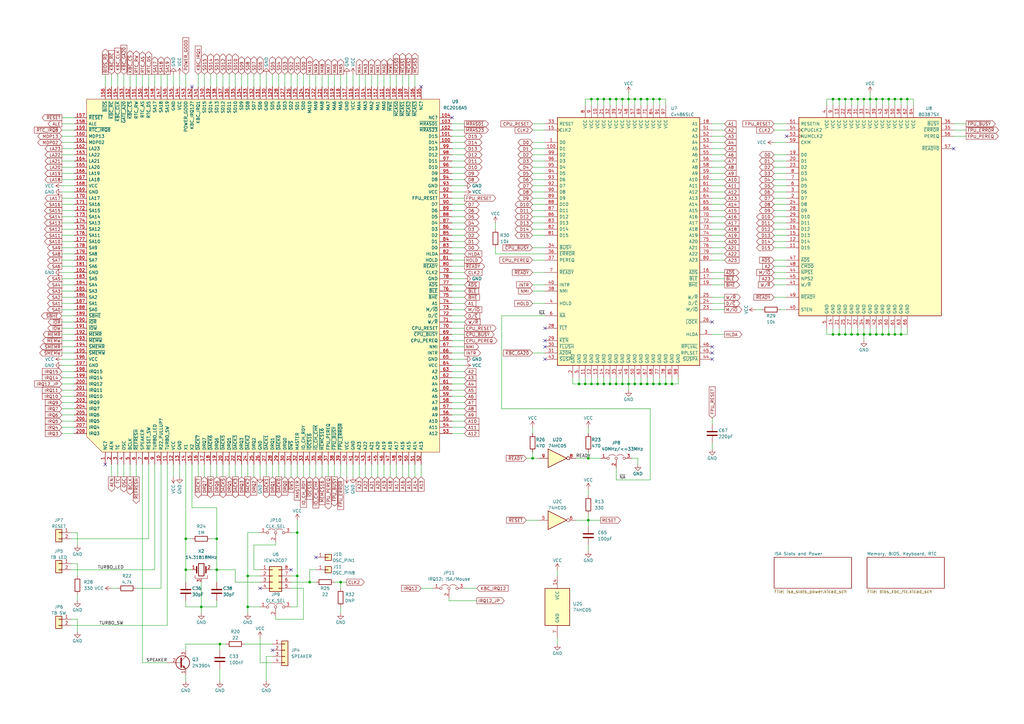
<source format=kicad_sch>
(kicad_sch (version 20211123) (generator eeschema)
  (paper "A3")
  (lib_symbols
    (symbol "74xx:74LS05" (pin_names (offset 1.016))
      (property "Reference" "U" (at 0 1.27 0))
      (property "Value" "74LS05" (at 0 -1.27 0))
      (symbol "74LS05_1_0"
        (pin input line (at -7.62 0 0) (length 3.81) (name "~") (number "1"))
        (pin open_collector inverted (at 7.62 0 180) (length 3.81) (name "~") (number "2"))
      )
      (symbol "74LS05_2_0"
        (pin input line (at -7.62 0 0) (length 3.81) (name "~") (number "3"))
        (pin open_collector inverted (at 7.62 0 180) (length 3.81) (name "~") (number "4"))
      )
      (symbol "74LS05_3_0"
        (pin input line (at -7.62 0 0) (length 3.81) (name "~") (number "5"))
        (pin open_collector inverted (at 7.62 0 180) (length 3.81) (name "~") (number "6"))
      )
      (symbol "74LS05_4_0"
        (pin open_collector inverted (at 7.62 0 180) (length 3.81) (name "~") (number "8"))
        (pin input line (at -7.62 0 0) (length 3.81) (name "~") (number "9"))
      )
      (symbol "74LS05_5_0"
        (pin open_collector inverted (at 7.62 0 180) (length 3.81) (name "~") (number "10"))
        (pin input line (at -7.62 0 0) (length 3.81) (name "~") (number "11"))
      )
      (symbol "74LS05_6_0"
        (pin open_collector inverted (at 7.62 0 180) (length 3.81) (name "~") (number "12"))
        (pin input line (at -7.62 0 0) (length 3.81) (name "~") (number "13"))
      )
      (symbol "74LS05_7_0"
        (pin power_in line (at 0 12.7 270) (length 5.08) (name "VCC") (number "14"))
        (pin power_in line (at 0 -12.7 90) (length 5.08) (name "GND") (number "7"))
      )
    )
    (symbol "Connector_Generic:Conn_01x01" (pin_names (offset 1.016) hide)
      (property "Reference" "J" (at 0 2.54 0))
      (property "Value" "Conn_01x01" (at 0 -2.54 0))
      (symbol "Conn_01x01_1_1"
        (pin passive line (at -5.08 0 0) (length 3.81) (name "Pin_1") (number "1"))
      )
    )
    (symbol "Connector_Generic:Conn_01x02" (pin_names (offset 1.016) hide)
      (property "Reference" "J" (at 0 2.54 0))
      (property "Value" "Conn_01x02" (at 0 -5.08 0))
      (symbol "Conn_01x02_1_1"
        (pin passive line (at -5.08 0 0) (length 3.81) (name "Pin_1") (number "1"))
        (pin passive line (at -5.08 -2.54 0) (length 3.81) (name "Pin_2") (number "2"))
      )
    )
    (symbol "Connector_Generic:Conn_01x04" (pin_names (offset 1.016) hide)
      (property "Reference" "J" (at 0 5.08 0))
      (property "Value" "Conn_01x04" (at 0 -7.62 0))
      (symbol "Conn_01x04_1_1"
        (pin passive line (at -5.08 2.54 0) (length 3.81) (name "Pin_1") (number "1"))
        (pin passive line (at -5.08 0 0) (length 3.81) (name "Pin_2") (number "2"))
        (pin passive line (at -5.08 -2.54 0) (length 3.81) (name "Pin_3") (number "3"))
        (pin passive line (at -5.08 -5.08 0) (length 3.81) (name "Pin_4") (number "4"))
      )
    )
    (symbol "Connector_Generic:Conn_02x04_Counter_Clockwise" (pin_names (offset 1.016) hide)
      (property "Reference" "J" (at 1.27 5.08 0))
      (property "Value" "Conn_02x04_Counter_Clockwise" (at 1.27 -7.62 0))
      (symbol "Conn_02x04_Counter_Clockwise_1_1"
        (pin passive line (at -5.08 2.54 0) (length 3.81) (name "Pin_1") (number "1"))
        (pin passive line (at -5.08 0 0) (length 3.81) (name "Pin_2") (number "2"))
        (pin passive line (at -5.08 -2.54 0) (length 3.81) (name "Pin_3") (number "3"))
        (pin passive line (at -5.08 -5.08 0) (length 3.81) (name "Pin_4") (number "4"))
        (pin passive line (at 7.62 -5.08 180) (length 3.81) (name "Pin_5") (number "5"))
        (pin passive line (at 7.62 -2.54 180) (length 3.81) (name "Pin_6") (number "6"))
        (pin passive line (at 7.62 0 180) (length 3.81) (name "Pin_7") (number "7"))
        (pin passive line (at 7.62 2.54 180) (length 3.81) (name "Pin_8") (number "8"))
      )
    )
    (symbol "Device:C" (pin_numbers hide) (pin_names (offset 0.254))
      (property "Reference" "C" (at 0.635 2.54 0))
      (property "Value" "C" (at 0.635 -2.54 0))
      (symbol "C_1_1"
        (pin passive line (at 0 3.81 270) (length 2.794) (name "~") (number "1"))
        (pin passive line (at 0 -3.81 90) (length 2.794) (name "~") (number "2"))
      )
    )
    (symbol "Device:Crystal_GND3" (pin_names (offset 1.016) hide)
      (property "Reference" "Y" (at 0 5.715 0))
      (property "Value" "Crystal_GND3" (at 0 3.81 0))
      (symbol "Crystal_GND3_1_1"
        (pin passive line (at -3.81 0 0) (length 1.27) (name "1") (number "1"))
        (pin passive line (at 3.81 0 180) (length 1.27) (name "2") (number "2"))
        (pin passive line (at 0 -5.08 90) (length 1.27) (name "3") (number "3"))
      )
    )
    (symbol "Device:R" (pin_numbers hide) (pin_names (offset 0))
      (property "Reference" "R" (at 2.032 0 90))
      (property "Value" "R" (at 0 0 90))
      (symbol "R_1_1"
        (pin passive line (at 0 3.81 270) (length 1.27) (name "~") (number "1"))
        (pin passive line (at 0 -3.81 90) (length 1.27) (name "~") (number "2"))
      )
    )
    (symbol "Jumper:Jumper_3_Open" (pin_names (offset 0) hide)
      (property "Reference" "JP" (at -2.54 -2.54 0))
      (property "Value" "Jumper_3_Open" (at 0 2.794 0))
      (symbol "Jumper_3_Open_1_1"
        (pin passive line (at -6.35 0 0) (length 2.54) (name "A") (number "1"))
        (pin passive line (at 0 -3.81 90) (length 2.54) (name "C") (number "2"))
        (pin passive line (at 6.35 0 180) (length 2.54) (name "B") (number "3"))
      )
    )
    (symbol "Transistor_BJT:2N3904" (pin_names (offset 0) hide)
      (property "Reference" "Q" (at 5.08 1.905 0))
      (property "Value" "2N3904" (at 5.08 0 0))
      (symbol "2N3904_1_1"
        (pin passive line (at 2.54 -5.08 90) (length 2.54) (name "E") (number "1"))
        (pin passive line (at -5.08 0 0) (length 5.715) (name "B") (number "2"))
        (pin passive line (at 2.54 5.08 270) (length 2.54) (name "C") (number "3"))
      )
    )
    (symbol "my_components:80387SX" (pin_names (offset 0.762))
      (property "Reference" "U" (at -29.21 46.99 0))
      (property "Value" "80387SX" (at 19.05 46.99 0))
      (symbol "80387SX_1_1"
        (pin no_connect line (at 34.29 17.78 180) (length 5.08) hide (name "NC") (number "1"))
        (pin no_connect line (at 34.29 15.24 180) (length 5.08) hide (name "NC") (number "10"))
        (pin tri_state line (at -34.29 -7.62 0) (length 5.08) (name "D15") (number "11"))
        (pin tri_state line (at -34.29 -5.08 0) (length 5.08) (name "D14") (number "12"))
        (pin power_in line (at -12.7 50.8 270) (length 5.08) (name "VCC") (number "13"))
        (pin power_in line (at -15.24 -40.64 90) (length 5.08) (name "GND") (number "14"))
        (pin tri_state line (at -34.29 -2.54 0) (length 5.08) (name "D13") (number "15"))
        (pin tri_state line (at -34.29 0 0) (length 5.08) (name "D12") (number "16"))
        (pin no_connect line (at 34.29 12.7 180) (length 5.08) hide (name "NC") (number "17"))
        (pin no_connect line (at 34.29 10.16 180) (length 5.08) hide (name "NC") (number "18"))
        (pin tri_state line (at -34.29 30.48 0) (length 5.08) (name "D0") (number "19"))
        (pin tri_state line (at -34.29 12.7 0) (length 5.08) (name "D7") (number "2"))
        (pin tri_state line (at -34.29 27.94 0) (length 5.08) (name "D1") (number "20"))
        (pin power_in line (at -12.7 -40.64 90) (length 5.08) (name "GND") (number "21"))
        (pin power_in line (at -10.16 50.8 270) (length 5.08) (name "VCC") (number "22"))
        (pin tri_state line (at -34.29 25.4 0) (length 5.08) (name "D2") (number "23"))
        (pin tri_state line (at -34.29 10.16 0) (length 5.08) (name "D8") (number "24"))
        (pin power_in line (at -10.16 -40.64 90) (length 5.08) (name "GND") (number "25"))
        (pin power_in line (at -7.62 50.8 270) (length 5.08) (name "VCC") (number "26"))
        (pin power_in line (at -7.62 -40.64 90) (length 5.08) (name "GND") (number "27"))
        (pin tri_state line (at -34.29 7.62 0) (length 5.08) (name "D9") (number "28"))
        (pin tri_state line (at -34.29 5.08 0) (length 5.08) (name "D10") (number "29"))
        (pin tri_state line (at -34.29 15.24 0) (length 5.08) (name "D6") (number "3"))
        (pin tri_state line (at -34.29 2.54 0) (length 5.08) (name "D11") (number "30"))
        (pin power_in line (at -5.08 50.8 270) (length 5.08) (name "VCC") (number "31"))
        (pin power_in line (at -5.08 -40.64 90) (length 5.08) (name "GND") (number "32"))
        (pin power_in line (at -2.54 50.8 270) (length 5.08) (name "VCC") (number "33"))
        (pin power_in line (at -2.54 -40.64 90) (length 5.08) (name "GND") (number "34"))
        (pin output line (at 34.29 40.64 180) (length 5.08) (name "~{ERROR}") (number "35"))
        (pin output line (at 34.29 43.18 180) (length 5.08) (name "~{BUSY}") (number "36"))
        (pin power_in line (at 0 50.8 270) (length 5.08) (name "VCC") (number "37"))
        (pin power_in line (at 0 -40.64 90) (length 5.08) (name "GND") (number "38"))
        (pin power_in line (at 2.54 50.8 270) (length 5.08) (name "VCC") (number "39"))
        (pin power_in line (at -17.78 50.8 270) (length 5.08) (name "VCC") (number "4"))
        (pin input line (at -34.29 -33.02 0) (length 5.08) (name "STEN") (number "40"))
        (pin input line (at -34.29 -22.86 0) (length 5.08) (name "W/~{R}") (number "41"))
        (pin power_in line (at 2.54 -40.64 90) (length 5.08) (name "GND") (number "42"))
        (pin power_in line (at 5.08 50.8 270) (length 5.08) (name "VCC") (number "43"))
        (pin input line (at -34.29 -17.78 0) (length 5.08) (name "~{NPS1}") (number "44"))
        (pin input line (at -34.29 -20.32 0) (length 5.08) (name "NPS2") (number "45"))
        (pin power_in line (at 7.62 50.8 270) (length 5.08) (name "VCC") (number "46"))
        (pin input line (at -34.29 -12.7 0) (length 5.08) (name "~{ADS}") (number "47"))
        (pin input line (at -34.29 -15.24 0) (length 5.08) (name "~{CMD0}") (number "48"))
        (pin input line (at -34.29 -27.94 0) (length 5.08) (name "~{READY}") (number "49"))
        (pin power_in line (at -17.78 -40.64 90) (length 5.08) (name "GND") (number "5"))
        (pin power_in line (at 10.16 50.8 270) (length 5.08) (name "VCC") (number "50"))
        (pin input line (at -34.29 43.18 0) (length 5.08) (name "RESETIN") (number "51"))
        (pin no_connect line (at 34.29 7.62 180) (length 5.08) hide (name "NC") (number "52"))
        (pin input clock (at -34.29 38.1 0) (length 5.08) (name "NUMCLK2") (number "53"))
        (pin input clock (at -34.29 40.64 0) (length 5.08) (name "CPUCLK2") (number "54"))
        (pin power_in line (at 5.08 -40.64 90) (length 5.08) (name "GND") (number "55"))
        (pin output line (at 34.29 38.1 180) (length 5.08) (name "PEREQ") (number "56"))
        (pin output line (at 34.29 33.02 180) (length 5.08) (name "~{READY0}") (number "57"))
        (pin power_in line (at 12.7 50.8 270) (length 5.08) (name "VCC") (number "58"))
        (pin input line (at -34.29 35.56 0) (length 5.08) (name "CKM") (number "59"))
        (pin tri_state line (at -34.29 17.78 0) (length 5.08) (name "D5") (number "6"))
        (pin power_in line (at 7.62 -40.64 90) (length 5.08) (name "GND") (number "60"))
        (pin power_in line (at 10.16 -40.64 90) (length 5.08) (name "GND") (number "61"))
        (pin power_in line (at 15.24 50.8 270) (length 5.08) (name "VCC") (number "62"))
        (pin power_in line (at 12.7 -40.64 90) (length 5.08) (name "GND") (number "63"))
        (pin power_in line (at 17.78 50.8 270) (length 5.08) (name "VCC") (number "64"))
        (pin no_connect line (at 34.29 5.08 180) (length 5.08) hide (name "NC") (number "65"))
        (pin power_in line (at 15.24 -40.64 90) (length 5.08) (name "GND") (number "66"))
        (pin no_connect line (at 34.29 2.54 180) (length 5.08) hide (name "NC") (number "67"))
        (pin no_connect line (at 34.29 0 180) (length 5.08) hide (name "NC") (number "68"))
        (pin tri_state line (at -34.29 20.32 0) (length 5.08) (name "D4") (number "7"))
        (pin tri_state line (at -34.29 22.86 0) (length 5.08) (name "D3") (number "8"))
        (pin power_in line (at -15.24 50.8 270) (length 5.08) (name "VCC") (number "9"))
      )
    )
    (symbol "my_components:Cx486SLC" (pin_names (offset 0.762))
      (property "Reference" "U" (at -29.21 46.99 0))
      (property "Value" "Cx486SLC" (at 16.51 46.99 0))
      (symbol "Cx486SLC_1_1"
        (pin tri_state line (at -34.29 35.56 0) (length 5.08) (name "D0") (number "1"))
        (pin power_in line (at -12.7 50.8 270) (length 5.08) (name "VCC") (number "10"))
        (pin tri_state line (at -34.29 33.02 0) (length 5.08) (name "D1") (number "100"))
        (pin power_in line (at -17.78 -60.96 90) (length 5.08) (name "GND") (number "11"))
        (pin power_in line (at -15.24 -60.96 90) (length 5.08) (name "GND") (number "12"))
        (pin power_in line (at -12.7 -60.96 90) (length 5.08) (name "GND") (number "13"))
        (pin power_in line (at -10.16 -60.96 90) (length 5.08) (name "GND") (number "14"))
        (pin input clock (at -34.29 40.64 0) (length 5.08) (name "CLK2") (number "15"))
        (pin output line (at 34.29 -17.78 180) (length 5.08) (name "~{ADS}") (number "16"))
        (pin output line (at 34.29 -20.32 180) (length 5.08) (name "~{BLE}") (number "17"))
        (pin tri_state line (at 34.29 43.18 180) (length 5.08) (name "A1") (number "18"))
        (pin output line (at 34.29 -22.86 180) (length 5.08) (name "~{BHE}") (number "19"))
        (pin power_in line (at -22.86 -60.96 90) (length 5.08) (name "GND") (number "2"))
        (pin power_in line (at -10.16 50.8 270) (length 5.08) (name "VCC") (number "21"))
        (pin power_in line (at -7.62 -60.96 90) (length 5.08) (name "GND") (number "22"))
        (pin output line (at 34.29 -33.02 180) (length 5.08) (name "M/~{IO}") (number "23"))
        (pin output line (at 34.29 -30.48 180) (length 5.08) (name "D/~{C}") (number "24"))
        (pin output line (at 34.29 -27.94 180) (length 5.08) (name "W/~{R}") (number "25"))
        (pin output line (at 34.29 -38.1 180) (length 5.08) (name "~{LOCK}") (number "26"))
        (pin input line (at -34.29 -40.64 0) (length 5.08) (name "~{FLT}") (number "28"))
        (pin input line (at -34.29 -45.72 0) (length 5.08) (name "~{KEN}") (number "29"))
        (pin output line (at 34.29 -43.18 180) (length 5.08) (name "HLDA") (number "3"))
        (pin input line (at -34.29 -48.26 0) (length 5.08) (name "~{FLUSH}") (number "30"))
        (pin input line (at -34.29 -50.8 0) (length 5.08) (name "~{A20M}") (number "31"))
        (pin power_in line (at -7.62 50.8 270) (length 5.08) (name "VCC") (number "32"))
        (pin input line (at -34.29 43.18 0) (length 5.08) (name "RESET") (number "33"))
        (pin input line (at -34.29 -7.62 0) (length 5.08) (name "~{BUSY}") (number "34"))
        (pin power_in line (at -5.08 -60.96 90) (length 5.08) (name "GND") (number "35"))
        (pin input line (at -34.29 -10.16 0) (length 5.08) (name "~{ERROR}") (number "36"))
        (pin input line (at -34.29 -12.7 0) (length 5.08) (name "PEREQ") (number "37"))
        (pin input line (at -34.29 -25.4 0) (length 5.08) (name "NMI") (number "38"))
        (pin power_in line (at -5.08 50.8 270) (length 5.08) (name "VCC") (number "39"))
        (pin input line (at -34.29 -30.48 0) (length 5.08) (name "HOLD") (number "4"))
        (pin input line (at -34.29 -22.86 0) (length 5.08) (name "INTR") (number "40"))
        (pin power_in line (at -2.54 -60.96 90) (length 5.08) (name "GND") (number "41"))
        (pin power_in line (at -2.54 50.8 270) (length 5.08) (name "VCC") (number "42"))
        (pin input line (at -34.29 -53.34 0) (length 5.08) (name "~{SUSP}") (number "43"))
        (pin output line (at 34.29 -53.34 180) (length 5.08) (name "~{SUSPA}") (number "44"))
        (pin output line (at 34.29 -50.8 180) (length 5.08) (name "RPLSET") (number "45"))
        (pin output line (at 34.29 -48.26 180) (length 5.08) (name "~{RPLVAL}") (number "46"))
        (pin power_in line (at 0 50.8 270) (length 5.08) (name "VCC") (number "48"))
        (pin power_in line (at 0 -60.96 90) (length 5.08) (name "GND") (number "49"))
        (pin power_in line (at -20.32 -60.96 90) (length 5.08) (name "GND") (number "5"))
        (pin power_in line (at 2.54 -60.96 90) (length 5.08) (name "GND") (number "50"))
        (pin tri_state line (at 34.29 40.64 180) (length 5.08) (name "A2") (number "51"))
        (pin tri_state line (at 34.29 38.1 180) (length 5.08) (name "A3") (number "52"))
        (pin tri_state line (at 34.29 35.56 180) (length 5.08) (name "A4") (number "53"))
        (pin tri_state line (at 34.29 33.02 180) (length 5.08) (name "A5") (number "54"))
        (pin tri_state line (at 34.29 30.48 180) (length 5.08) (name "A6") (number "55"))
        (pin tri_state line (at 34.29 27.94 180) (length 5.08) (name "A7") (number "56"))
        (pin power_in line (at 2.54 50.8 270) (length 5.08) (name "VCC") (number "57"))
        (pin tri_state line (at 34.29 25.4 180) (length 5.08) (name "A8") (number "58"))
        (pin tri_state line (at 34.29 22.86 180) (length 5.08) (name "A9") (number "59"))
        (pin input line (at -34.29 -35.56 0) (length 5.08) (name "~{NA}") (number "6"))
        (pin tri_state line (at 34.29 20.32 180) (length 5.08) (name "A10") (number "60"))
        (pin tri_state line (at 34.29 17.78 180) (length 5.08) (name "A11") (number "61"))
        (pin tri_state line (at 34.29 15.24 180) (length 5.08) (name "A12") (number "62"))
        (pin power_in line (at 5.08 -60.96 90) (length 5.08) (name "GND") (number "63"))
        (pin tri_state line (at 34.29 12.7 180) (length 5.08) (name "A13") (number "64"))
        (pin tri_state line (at 34.29 10.16 180) (length 5.08) (name "A14") (number "65"))
        (pin tri_state line (at 34.29 7.62 180) (length 5.08) (name "A15") (number "66"))
        (pin power_in line (at 7.62 -60.96 90) (length 5.08) (name "GND") (number "67"))
        (pin power_in line (at 10.16 -60.96 90) (length 5.08) (name "GND") (number "68"))
        (pin power_in line (at 5.08 50.8 270) (length 5.08) (name "VCC") (number "69"))
        (pin input line (at -34.29 -17.78 0) (length 5.08) (name "~{READY}") (number "7"))
        (pin tri_state line (at 34.29 5.08 180) (length 5.08) (name "A16") (number "70"))
        (pin power_in line (at 7.62 50.8 270) (length 5.08) (name "VCC") (number "71"))
        (pin tri_state line (at 34.29 2.54 180) (length 5.08) (name "A17") (number "72"))
        (pin tri_state line (at 34.29 0 180) (length 5.08) (name "A18") (number "73"))
        (pin tri_state line (at 34.29 -2.54 180) (length 5.08) (name "A19") (number "74"))
        (pin tri_state line (at 34.29 -5.08 180) (length 5.08) (name "A20") (number "75"))
        (pin tri_state line (at 34.29 -7.62 180) (length 5.08) (name "A21") (number "76"))
        (pin power_in line (at 12.7 -60.96 90) (length 5.08) (name "GND") (number "77"))
        (pin power_in line (at 15.24 -60.96 90) (length 5.08) (name "GND") (number "78"))
        (pin tri_state line (at 34.29 -10.16 180) (length 5.08) (name "A22") (number "79"))
        (pin power_in line (at -17.78 50.8 270) (length 5.08) (name "VCC") (number "8"))
        (pin tri_state line (at 34.29 -12.7 180) (length 5.08) (name "A23") (number "80"))
        (pin tri_state line (at -34.29 -2.54 0) (length 5.08) (name "D15") (number "81"))
        (pin tri_state line (at -34.29 0 0) (length 5.08) (name "D14") (number "82"))
        (pin tri_state line (at -34.29 2.54 0) (length 5.08) (name "D13") (number "83"))
        (pin power_in line (at 10.16 50.8 270) (length 5.08) (name "VCC") (number "84"))
        (pin power_in line (at 17.78 -60.96 90) (length 5.08) (name "GND") (number "85"))
        (pin tri_state line (at -34.29 5.08 0) (length 5.08) (name "D12") (number "86"))
        (pin tri_state line (at -34.29 7.62 0) (length 5.08) (name "D11") (number "87"))
        (pin tri_state line (at -34.29 10.16 0) (length 5.08) (name "D10") (number "88"))
        (pin tri_state line (at -34.29 12.7 0) (length 5.08) (name "D9") (number "89"))
        (pin power_in line (at -15.24 50.8 270) (length 5.08) (name "VCC") (number "9"))
        (pin tri_state line (at -34.29 15.24 0) (length 5.08) (name "D8") (number "90"))
        (pin power_in line (at 12.7 50.8 270) (length 5.08) (name "VCC") (number "91"))
        (pin tri_state line (at -34.29 17.78 0) (length 5.08) (name "D7") (number "92"))
        (pin tri_state line (at -34.29 20.32 0) (length 5.08) (name "D6") (number "93"))
        (pin tri_state line (at -34.29 22.86 0) (length 5.08) (name "D5") (number "94"))
        (pin tri_state line (at -34.29 25.4 0) (length 5.08) (name "D4") (number "95"))
        (pin tri_state line (at -34.29 27.94 0) (length 5.08) (name "D3") (number "96"))
        (pin power_in line (at 15.24 50.8 270) (length 5.08) (name "VCC") (number "97"))
        (pin power_in line (at 20.32 -60.96 90) (length 5.08) (name "GND") (number "98"))
        (pin tri_state line (at -34.29 30.48 0) (length 5.08) (name "D2") (number "99"))
      )
    )
    (symbol "my_components:RC2016A5" (pin_names (offset 0.762))
      (property "Reference" "U" (at 0 0 0))
      (property "Value" "RC2016A5" (at 0 -2.54 0))
      (symbol "RC2016A5_1_1"
        (pin passive line (at -64.77 -77.47 90) (length 5.08) (name "NC?") (number "1"))
        (pin input line (at -41.91 -77.47 90) (length 5.08) (name "R22_PULLUP?") (number "10"))
        (pin tri_state line (at 77.47 54.61 180) (length 5.08) (name "D14") (number "100"))
        (pin tri_state line (at 77.47 57.15 180) (length 5.08) (name "D15") (number "101"))
        (pin output line (at 77.47 59.69 180) (length 5.08) (name "~{MRAS23}") (number "102"))
        (pin output line (at 77.47 62.23 180) (length 5.08) (name "~{MRAS01}") (number "103"))
        (pin passive line (at 77.47 64.77 180) (length 5.08) (name "NC?") (number "104"))
        (pin passive line (at 64.77 77.47 270) (length 5.08) (name "NC?") (number "105"))
        (pin output line (at 62.23 77.47 270) (length 5.08) (name "~{MCAS3}") (number "106"))
        (pin output line (at 59.69 77.47 270) (length 5.08) (name "~{MCAS2}") (number "107"))
        (pin output line (at 57.15 77.47 270) (length 5.08) (name "~{MCAS1}") (number "108"))
        (pin output line (at 54.61 77.47 270) (length 5.08) (name "~{MCAS0}") (number "109"))
        (pin input line (at -39.37 -77.47 90) (length 5.08) (name "TURBO_SW") (number "11"))
        (pin output line (at 52.07 77.47 270) (length 5.08) (name "~{MWE}") (number "110"))
        (pin output line (at 49.53 77.47 270) (length 5.08) (name "MA0") (number "111"))
        (pin output line (at 46.99 77.47 270) (length 5.08) (name "MA1") (number "112"))
        (pin output line (at 44.45 77.47 270) (length 5.08) (name "MA2") (number "113"))
        (pin output line (at 41.91 77.47 270) (length 5.08) (name "MA3") (number "114"))
        (pin output line (at 39.37 77.47 270) (length 5.08) (name "MA4") (number "115"))
        (pin power_in line (at 36.83 77.47 270) (length 5.08) (name "VCC") (number "116"))
        (pin power_in line (at 34.29 77.47 270) (length 5.08) (name "GND") (number "117"))
        (pin output line (at 31.75 77.47 270) (length 5.08) (name "MA5") (number "118"))
        (pin output line (at 29.21 77.47 270) (length 5.08) (name "MA6") (number "119"))
        (pin power_in line (at -36.83 -77.47 90) (length 5.08) (name "VCC") (number "12"))
        (pin output line (at 26.67 77.47 270) (length 5.08) (name "MA7") (number "120"))
        (pin output line (at 24.13 77.47 270) (length 5.08) (name "MA8") (number "121"))
        (pin output line (at 21.59 77.47 270) (length 5.08) (name "MA9") (number "122"))
        (pin output line (at 19.05 77.47 270) (length 5.08) (name "MA10") (number "123"))
        (pin tri_state line (at 16.51 77.47 270) (length 5.08) (name "SD0") (number "124"))
        (pin tri_state line (at 13.97 77.47 270) (length 5.08) (name "SD1") (number "125"))
        (pin tri_state line (at 11.43 77.47 270) (length 5.08) (name "SD2") (number "126"))
        (pin tri_state line (at 8.89 77.47 270) (length 5.08) (name "SD3") (number "127"))
        (pin tri_state line (at 6.35 77.47 270) (length 5.08) (name "SD4") (number "128"))
        (pin tri_state line (at 3.81 77.47 270) (length 5.08) (name "SD5") (number "129"))
        (pin power_in line (at -34.29 -77.47 90) (length 5.08) (name "GND") (number "13"))
        (pin power_in line (at 1.27 77.47 270) (length 5.08) (name "GND") (number "130"))
        (pin tri_state line (at -1.27 77.47 270) (length 5.08) (name "SD6") (number "131"))
        (pin tri_state line (at -3.81 77.47 270) (length 5.08) (name "SD7") (number "132"))
        (pin tri_state line (at -6.35 77.47 270) (length 5.08) (name "SD8") (number "133"))
        (pin tri_state line (at -8.89 77.47 270) (length 5.08) (name "SD9") (number "134"))
        (pin tri_state line (at -11.43 77.47 270) (length 5.08) (name "SD10") (number "135"))
        (pin tri_state line (at -13.97 77.47 270) (length 5.08) (name "SD11") (number "136"))
        (pin tri_state line (at -16.51 77.47 270) (length 5.08) (name "SD12") (number "137"))
        (pin tri_state line (at -19.05 77.47 270) (length 5.08) (name "SD13") (number "138"))
        (pin tri_state line (at -21.59 77.47 270) (length 5.08) (name "SD14") (number "139"))
        (pin input line (at -31.75 -77.47 90) (length 5.08) (name "X1") (number "14"))
        (pin tri_state line (at -24.13 77.47 270) (length 5.08) (name "SD15") (number "140"))
        (pin input line (at -26.67 77.47 270) (length 5.08) (name "KBC_IRQ1") (number "141"))
        (pin input line (at -29.21 77.47 270) (length 5.08) (name "KBC_IRQ12?") (number "142"))
        (pin input line (at -31.75 77.47 270) (length 5.08) (name "POWER_GOOD") (number "143"))
        (pin power_in line (at -34.29 77.47 270) (length 5.08) (name "VCC") (number "144"))
        (pin power_in line (at -36.83 77.47 270) (length 5.08) (name "GND") (number "145"))
        (pin output line (at -39.37 77.47 270) (length 5.08) (name "SA19") (number "146"))
        (pin output line (at -41.91 77.47 270) (length 5.08) (name "SA18") (number "147"))
        (pin output line (at -44.45 77.47 270) (length 5.08) (name "SA17") (number "148"))
        (pin output line (at -46.99 77.47 270) (length 5.08) (name "RTC_DS") (number "149"))
        (pin output line (at -29.21 -77.47 90) (length 5.08) (name "X2") (number "15"))
        (pin output line (at -49.53 77.47 270) (length 5.08) (name "RTC_AS") (number "150"))
        (pin output line (at -52.07 77.47 270) (length 5.08) (name "RTC_RW") (number "151"))
        (pin passive line (at -54.61 77.47 270) (length 5.08) (name "~{KBC_CS}") (number "152"))
        (pin input line (at -57.15 77.47 270) (length 5.08) (name "~{GATE_A20}") (number "153"))
        (pin output line (at -59.69 77.47 270) (length 5.08) (name "~{KBC_CLK}") (number "154"))
        (pin input line (at -62.23 77.47 270) (length 5.08) (name "~{KBC_RC}") (number "155"))
        (pin output line (at -64.77 77.47 270) (length 5.08) (name "~{BIOS}") (number "156"))
        (pin output line (at -77.47 64.77 0) (length 5.08) (name "~{RESET}") (number "157"))
        (pin output line (at -77.47 62.23 0) (length 5.08) (name "ALE") (number "158"))
        (pin input line (at -77.47 59.69 0) (length 5.08) (name "~{RTC_IRQ8}") (number "159"))
        (pin output line (at -26.67 -77.47 90) (length 5.08) (name "~{DACK7}") (number "16"))
        (pin tri_state line (at -77.47 57.15 0) (length 5.08) (name "MDP13") (number "160"))
        (pin tri_state line (at -77.47 54.61 0) (length 5.08) (name "MDP02") (number "161"))
        (pin output line (at -77.47 52.07 0) (length 5.08) (name "LA23") (number "162"))
        (pin output line (at -77.47 49.53 0) (length 5.08) (name "LA22") (number "163"))
        (pin output line (at -77.47 46.99 0) (length 5.08) (name "LA21") (number "164"))
        (pin output line (at -77.47 44.45 0) (length 5.08) (name "LA20") (number "165"))
        (pin output line (at -77.47 41.91 0) (length 5.08) (name "LA19") (number "166"))
        (pin output line (at -77.47 39.37 0) (length 5.08) (name "LA18") (number "167"))
        (pin power_in line (at -77.47 36.83 0) (length 5.08) (name "VCC") (number "168"))
        (pin power_in line (at -77.47 34.29 0) (length 5.08) (name "GND") (number "169"))
        (pin open_collector line (at -24.13 -77.47 90) (length 5.08) (name "DRQ7") (number "17"))
        (pin output line (at -77.47 31.75 0) (length 5.08) (name "LA17") (number "170"))
        (pin output line (at -77.47 29.21 0) (length 5.08) (name "SA16") (number "171"))
        (pin output line (at -77.47 26.67 0) (length 5.08) (name "SA15") (number "172"))
        (pin output line (at -77.47 24.13 0) (length 5.08) (name "SA14") (number "173"))
        (pin output line (at -77.47 21.59 0) (length 5.08) (name "SA13") (number "174"))
        (pin output line (at -77.47 19.05 0) (length 5.08) (name "SA12") (number "175"))
        (pin output line (at -77.47 16.51 0) (length 5.08) (name "SA11") (number "176"))
        (pin output line (at -77.47 13.97 0) (length 5.08) (name "SA10") (number "177"))
        (pin output line (at -77.47 11.43 0) (length 5.08) (name "SA9") (number "178"))
        (pin output line (at -77.47 8.89 0) (length 5.08) (name "SA8") (number "179"))
        (pin output line (at -21.59 -77.47 90) (length 5.08) (name "~{DACK6}") (number "18"))
        (pin output line (at -77.47 6.35 0) (length 5.08) (name "SA7") (number "180"))
        (pin output line (at -77.47 3.81 0) (length 5.08) (name "SA6") (number "181"))
        (pin power_in line (at -77.47 1.27 0) (length 5.08) (name "GND") (number "182"))
        (pin output line (at -77.47 -1.27 0) (length 5.08) (name "SA5") (number "183"))
        (pin output line (at -77.47 -3.81 0) (length 5.08) (name "SA4") (number "184"))
        (pin output line (at -77.47 -6.35 0) (length 5.08) (name "SA3") (number "185"))
        (pin output line (at -77.47 -8.89 0) (length 5.08) (name "SA2") (number "186"))
        (pin output line (at -77.47 -11.43 0) (length 5.08) (name "SA1") (number "187"))
        (pin output line (at -77.47 -13.97 0) (length 5.08) (name "SA0") (number "188"))
        (pin open_collector line (at -77.47 -16.51 0) (length 5.08) (name "~{SBHE}") (number "189"))
        (pin open_collector line (at -19.05 -77.47 90) (length 5.08) (name "DRQ6") (number "19"))
        (pin output line (at -77.47 -19.05 0) (length 5.08) (name "~{IOR}") (number "190"))
        (pin output line (at -77.47 -21.59 0) (length 5.08) (name "~{IOW}") (number "191"))
        (pin output line (at -77.47 -24.13 0) (length 5.08) (name "~{MEMR}") (number "192"))
        (pin output line (at -77.47 -26.67 0) (length 5.08) (name "~{MEMW}") (number "193"))
        (pin output line (at -77.47 -29.21 0) (length 5.08) (name "~{SMEMR}") (number "194"))
        (pin output line (at -77.47 -31.75 0) (length 5.08) (name "~{SMEMW}") (number "195"))
        (pin power_in line (at -77.47 -34.29 0) (length 5.08) (name "VCC") (number "196"))
        (pin power_in line (at -77.47 -36.83 0) (length 5.08) (name "GND") (number "197"))
        (pin open_collector line (at -77.47 -39.37 0) (length 5.08) (name "IRQ15") (number "198"))
        (pin open_collector line (at -77.47 -41.91 0) (length 5.08) (name "IRQ14") (number "199"))
        (pin output line (at -62.23 -77.47 90) (length 5.08) (name "AEN") (number "2"))
        (pin output line (at -16.51 -77.47 90) (length 5.08) (name "~{DACK5}") (number "20"))
        (pin open_collector line (at -77.47 -44.45 0) (length 5.08) (name "IRQ12") (number "200"))
        (pin open_collector line (at -77.47 -46.99 0) (length 5.08) (name "IRQ11") (number "201"))
        (pin open_collector line (at -77.47 -49.53 0) (length 5.08) (name "IRQ10") (number "202"))
        (pin open_collector line (at -77.47 -52.07 0) (length 5.08) (name "IRQ9") (number "203"))
        (pin open_collector line (at -77.47 -54.61 0) (length 5.08) (name "IRQ7") (number "204"))
        (pin open_collector line (at -77.47 -57.15 0) (length 5.08) (name "IRQ6") (number "205"))
        (pin open_collector line (at -77.47 -59.69 0) (length 5.08) (name "IRQ5") (number "206"))
        (pin open_collector line (at -77.47 -62.23 0) (length 5.08) (name "IRQ4") (number "207"))
        (pin open_collector line (at -77.47 -64.77 0) (length 5.08) (name "IRQ3") (number "208"))
        (pin open_collector line (at -13.97 -77.47 90) (length 5.08) (name "DRQ5") (number "21"))
        (pin output line (at -11.43 -77.47 90) (length 5.08) (name "~{DACK3}") (number "22"))
        (pin open_collector line (at -8.89 -77.47 90) (length 5.08) (name "DRQ3") (number "23"))
        (pin output line (at -6.35 -77.47 90) (length 5.08) (name "~{DACK2}") (number "24"))
        (pin open_collector line (at -3.81 -77.47 90) (length 5.08) (name "DRQ2") (number "25"))
        (pin power_in line (at -1.27 -77.47 90) (length 5.08) (name "GND") (number "26"))
        (pin output line (at 1.27 -77.47 90) (length 5.08) (name "~{DACK1}") (number "27"))
        (pin open_collector line (at 3.81 -77.47 90) (length 5.08) (name "DRQ1") (number "28"))
        (pin output line (at 6.35 -77.47 90) (length 5.08) (name "~{DACK0}") (number "29"))
        (pin output line (at -59.69 -77.47 90) (length 5.08) (name "TC") (number "3"))
        (pin open_collector line (at 8.89 -77.47 90) (length 5.08) (name "DRQ0") (number "30"))
        (pin input line (at 11.43 -77.47 90) (length 5.08) (name "~{0WS}") (number "31"))
        (pin input line (at 13.97 -77.47 90) (length 5.08) (name "MASTER") (number "32"))
        (pin input line (at 16.51 -77.47 90) (length 5.08) (name "IO_CH_RDY") (number "33"))
        (pin input line (at 19.05 -77.47 90) (length 5.08) (name "~{IOCS16}") (number "34"))
        (pin input line (at 21.59 -77.47 90) (length 5.08) (name "~{IO_CH_CHK}") (number "35"))
        (pin input line (at 24.13 -77.47 90) (length 5.08) (name "~{MEMCS16}") (number "36"))
        (pin input line (at 26.67 -77.47 90) (length 5.08) (name "FPU_PEREQ") (number "37"))
        (pin input line (at 29.21 -77.47 90) (length 5.08) (name "~{FPU_BUSY}") (number "38"))
        (pin input line (at 31.75 -77.47 90) (length 5.08) (name "~{FPU_ERROR}") (number "39"))
        (pin output line (at -57.15 -77.47 90) (length 5.08) (name "OSC") (number "4"))
        (pin power_in line (at 34.29 -77.47 90) (length 5.08) (name "VCC") (number "40"))
        (pin power_in line (at 36.83 -77.47 90) (length 5.08) (name "GND") (number "41"))
        (pin input line (at 39.37 -77.47 90) (length 5.08) (name "A23") (number "42"))
        (pin input line (at 41.91 -77.47 90) (length 5.08) (name "A22") (number "43"))
        (pin input line (at 44.45 -77.47 90) (length 5.08) (name "A21") (number "44"))
        (pin input line (at 46.99 -77.47 90) (length 5.08) (name "A20") (number "45"))
        (pin input line (at 49.53 -77.47 90) (length 5.08) (name "A19") (number "46"))
        (pin input line (at 52.07 -77.47 90) (length 5.08) (name "A18") (number "47"))
        (pin input line (at 54.61 -77.47 90) (length 5.08) (name "A17") (number "48"))
        (pin input line (at 57.15 -77.47 90) (length 5.08) (name "A16") (number "49"))
        (pin output line (at -54.61 -77.47 90) (length 5.08) (name "BCLK") (number "5"))
        (pin input line (at 59.69 -77.47 90) (length 5.08) (name "A15") (number "50"))
        (pin input line (at 62.23 -77.47 90) (length 5.08) (name "A14") (number "51"))
        (pin input line (at 64.77 -77.47 90) (length 5.08) (name "A13") (number "52"))
        (pin input line (at 77.47 -64.77 180) (length 5.08) (name "A12") (number "53"))
        (pin input line (at 77.47 -62.23 180) (length 5.08) (name "A11") (number "54"))
        (pin input line (at 77.47 -59.69 180) (length 5.08) (name "A10") (number "55"))
        (pin input line (at 77.47 -57.15 180) (length 5.08) (name "A9") (number "56"))
        (pin input line (at 77.47 -54.61 180) (length 5.08) (name "A8") (number "57"))
        (pin input line (at 77.47 -52.07 180) (length 5.08) (name "A7") (number "58"))
        (pin input line (at 77.47 -49.53 180) (length 5.08) (name "A6") (number "59"))
        (pin output line (at -52.07 -77.47 90) (length 5.08) (name "~{REFRESH}") (number "6"))
        (pin input line (at 77.47 -46.99 180) (length 5.08) (name "A5") (number "60"))
        (pin input line (at 77.47 -44.45 180) (length 5.08) (name "A4") (number "61"))
        (pin input line (at 77.47 -41.91 180) (length 5.08) (name "A3") (number "62"))
        (pin input line (at 77.47 -39.37 180) (length 5.08) (name "A2") (number "63"))
        (pin power_in line (at 77.47 -36.83 180) (length 5.08) (name "VCC") (number "64"))
        (pin power_in line (at 77.47 -34.29 180) (length 5.08) (name "GND") (number "65"))
        (pin output line (at 77.47 -31.75 180) (length 5.08) (name "INTR") (number "66"))
        (pin output line (at 77.47 -29.21 180) (length 5.08) (name "NMI") (number "67"))
        (pin output line (at 77.47 -26.67 180) (length 5.08) (name "CPU_PEREQ") (number "68"))
        (pin output line (at 77.47 -24.13 180) (length 5.08) (name "~{CPU_BUSY}") (number "69"))
        (pin output line (at -49.53 -77.47 90) (length 5.08) (name "SPEAKER") (number "7"))
        (pin output line (at 77.47 -21.59 180) (length 5.08) (name "CPU_RESET") (number "70"))
        (pin input line (at 77.47 -19.05 180) (length 5.08) (name "W/~{R}") (number "71"))
        (pin input line (at 77.47 -16.51 180) (length 5.08) (name "D/~{C}") (number "72"))
        (pin input line (at 77.47 -13.97 180) (length 5.08) (name "M/~{IO}") (number "73"))
        (pin input line (at 77.47 -11.43 180) (length 5.08) (name "A1") (number "74"))
        (pin input line (at 77.47 -8.89 180) (length 5.08) (name "~{BHE}") (number "75"))
        (pin input line (at 77.47 -6.35 180) (length 5.08) (name "~{BLE}") (number "76"))
        (pin input line (at 77.47 -3.81 180) (length 5.08) (name "~{ADS}") (number "77"))
        (pin power_in line (at 77.47 -1.27 180) (length 5.08) (name "GND") (number "78"))
        (pin output line (at 77.47 1.27 180) (length 5.08) (name "CLK2") (number "79"))
        (pin input line (at -46.99 -77.47 90) (length 5.08) (name "RESET_SW") (number "8"))
        (pin output line (at 77.47 3.81 180) (length 5.08) (name "~{READY}") (number "80"))
        (pin output line (at 77.47 6.35 180) (length 5.08) (name "HOLD") (number "81"))
        (pin input line (at 77.47 8.89 180) (length 5.08) (name "HLDA") (number "82"))
        (pin tri_state line (at 77.47 11.43 180) (length 5.08) (name "D0") (number "83"))
        (pin tri_state line (at 77.47 13.97 180) (length 5.08) (name "D1") (number "84"))
        (pin tri_state line (at 77.47 16.51 180) (length 5.08) (name "D2") (number "85"))
        (pin tri_state line (at 77.47 19.05 180) (length 5.08) (name "D3") (number "86"))
        (pin tri_state line (at 77.47 21.59 180) (length 5.08) (name "D4") (number "87"))
        (pin tri_state line (at 77.47 24.13 180) (length 5.08) (name "D5") (number "88"))
        (pin tri_state line (at 77.47 26.67 180) (length 5.08) (name "D6") (number "89"))
        (pin output line (at -44.45 -77.47 90) (length 5.08) (name "TURBO_LED") (number "9"))
        (pin tri_state line (at 77.47 29.21 180) (length 5.08) (name "D7") (number "90"))
        (pin output line (at 77.47 31.75 180) (length 5.08) (name "FPU_RESET") (number "91"))
        (pin power_in line (at 77.47 34.29 180) (length 5.08) (name "VCC") (number "92"))
        (pin power_in line (at 77.47 36.83 180) (length 5.08) (name "GND") (number "93"))
        (pin tri_state line (at 77.47 39.37 180) (length 5.08) (name "D8") (number "94"))
        (pin tri_state line (at 77.47 41.91 180) (length 5.08) (name "D9") (number "95"))
        (pin tri_state line (at 77.47 44.45 180) (length 5.08) (name "D10") (number "96"))
        (pin tri_state line (at 77.47 46.99 180) (length 5.08) (name "D11") (number "97"))
        (pin tri_state line (at 77.47 49.53 180) (length 5.08) (name "D12") (number "98"))
        (pin tri_state line (at 77.47 52.07 180) (length 5.08) (name "D13") (number "99"))
      )
    )
    (symbol "power:GND" (power) (pin_names (offset 0))
      (property "Value" "GND" (at 0 -3.81 0))
      (symbol "GND_1_1"
        (pin power_in line (at 0 0 270) (length 0) hide (name "GND") (number "1"))
      )
    )
    (symbol "power:VCC" (power) (pin_names (offset 0))
      (property "Value" "VCC" (at 0 3.81 0))
      (symbol "VCC_1_1"
        (pin power_in line (at 0 0 90) (length 0) hide (name "VCC") (number "1"))
      )
    )
  )
  (junction (at 127 238.76))
  (junction (at 250.19 40.64))
  (junction (at 273.05 157.48))
  (junction (at 341.63 40.64))
  (junction (at 101.6 248.92))
  (junction (at 247.65 157.48))
  (junction (at 349.25 137.16))
  (junction (at 255.27 40.64))
  (junction (at 88.9 233.68))
  (junction (at 270.51 157.48))
  (junction (at 349.25 40.64))
  (junction (at 260.35 40.64))
  (junction (at 245.11 157.48))
  (junction (at 262.89 157.48))
  (junction (at 252.73 40.64))
  (junction (at 359.41 40.64))
  (junction (at 262.89 40.64))
  (junction (at 344.17 137.16))
  (junction (at 121.92 236.22))
  (junction (at 372.11 40.64))
  (junction (at 247.65 40.64))
  (junction (at 257.81 40.64))
  (junction (at 351.79 137.16))
  (junction (at 240.03 157.48))
  (junction (at 218.44 187.96))
  (junction (at 359.41 137.16))
  (junction (at 241.3 213.36))
  (junction (at 121.92 218.44))
  (junction (at 367.03 40.64))
  (junction (at 346.71 40.64))
  (junction (at 356.87 137.16))
  (junction (at 267.97 40.64))
  (junction (at 369.57 137.16))
  (junction (at 367.03 137.16))
  (junction (at 245.11 40.64))
  (junction (at 76.2 233.68))
  (junction (at 139.7 238.76))
  (junction (at 351.79 40.64))
  (junction (at 354.33 40.64))
  (junction (at 255.27 157.48))
  (junction (at 356.87 40.64))
  (junction (at 257.81 157.48))
  (junction (at 250.19 157.48))
  (junction (at 265.43 157.48))
  (junction (at 341.63 137.16))
  (junction (at 82.55 248.92))
  (junction (at 237.49 157.48))
  (junction (at 346.71 137.16))
  (junction (at 361.95 137.16))
  (junction (at 241.3 187.96))
  (junction (at 242.57 40.64))
  (junction (at 252.73 157.48))
  (junction (at 361.95 40.64))
  (junction (at 90.17 264.16))
  (junction (at 344.17 40.64))
  (junction (at 76.2 220.98))
  (junction (at 369.57 40.64))
  (junction (at 364.49 40.64))
  (junction (at 267.97 157.48))
  (junction (at 242.57 157.48))
  (junction (at 265.43 40.64))
  (junction (at 364.49 137.16))
  (junction (at 88.9 220.98))
  (junction (at 270.51 40.64))
  (junction (at 354.33 137.16))
  (junction (at 101.6 236.22))
  (junction (at 260.35 157.48))
  (junction (at 275.59 157.48))
  (no_connect (at 129.54 228.6))
  (no_connect (at 106.68 241.3))
  (no_connect (at 111.76 266.7))
  (no_connect (at 172.72 35.56))
  (no_connect (at 78.74 35.56))
  (no_connect (at 185.42 48.26))
  (no_connect (at 43.18 190.5))
  (no_connect (at 322.58 55.88))
  (no_connect (at 223.52 134.62))
  (no_connect (at 292.1 132.08))
  (no_connect (at 292.1 147.32))
  (no_connect (at 292.1 144.78))
  (no_connect (at 292.1 142.24))
  (no_connect (at 223.52 139.7))
  (no_connect (at 223.52 142.24))
  (no_connect (at 223.52 147.32))
  (no_connect (at 391.16 60.96))
  (no_connect (at 119.38 233.68))
  (wire (pts (xy 100.33 264.16) (xy 111.76 264.16)))
  (wire (pts (xy 190.5 149.86) (xy 185.42 149.86)))
  (wire (pts (xy 267.97 43.18) (xy 267.97 40.64)))
  (wire (pts (xy 111.76 35.56) (xy 111.76 30.48)))
  (wire (pts (xy 267.97 157.48) (xy 270.51 157.48)))
  (wire (pts (xy 317.5 93.98) (xy 322.58 93.98)))
  (wire (pts (xy 127 30.48) (xy 127 35.56)))
  (wire (pts (xy 218.44 78.74) (xy 223.52 78.74)))
  (wire (pts (xy 240.03 157.48) (xy 240.03 154.94)))
  (wire (pts (xy 341.63 43.18) (xy 341.63 40.64)))
  (wire (pts (xy 58.42 35.56) (xy 58.42 30.48)))
  (wire (pts (xy 190.5 177.8) (xy 185.42 177.8)))
  (wire (pts (xy 317.5 81.28) (xy 322.58 81.28)))
  (wire (pts (xy 292.1 81.28) (xy 297.18 81.28)))
  (wire (pts (xy 113.03 254) (xy 124.46 254)))
  (wire (pts (xy 205.74 167.64) (xy 266.7 167.64)))
  (wire (pts (xy 101.6 218.44) (xy 106.68 218.44)))
  (wire (pts (xy 25.4 134.62) (xy 30.48 134.62)))
  (wire (pts (xy 260.35 40.64) (xy 262.89 40.64)))
  (wire (pts (xy 162.56 35.56) (xy 162.56 30.48)))
  (wire (pts (xy 205.74 129.54) (xy 205.74 167.64)))
  (wire (pts (xy 218.44 144.78) (xy 223.52 144.78)))
  (wire (pts (xy 25.4 83.82) (xy 30.48 83.82)))
  (wire (pts (xy 292.1 83.82) (xy 297.18 83.82)))
  (wire (pts (xy 267.97 40.64) (xy 270.51 40.64)))
  (wire (pts (xy 31.75 246.38) (xy 31.75 243.84)))
  (wire (pts (xy 205.74 129.54) (xy 223.52 129.54)))
  (wire (pts (xy 113.03 223.52) (xy 113.03 222.25)))
  (wire (pts (xy 170.18 35.56) (xy 170.18 30.48)))
  (wire (pts (xy 273.05 157.48) (xy 275.59 157.48)))
  (wire (pts (xy 346.71 43.18) (xy 346.71 40.64)))
  (wire (pts (xy 63.5 35.56) (xy 63.5 30.48)))
  (wire (pts (xy 266.7 196.85) (xy 252.73 196.85)))
  (wire (pts (xy 160.02 35.56) (xy 160.02 30.48)))
  (wire (pts (xy 25.4 88.9) (xy 30.48 88.9)))
  (wire (pts (xy 346.71 137.16) (xy 349.25 137.16)))
  (wire (pts (xy 111.76 271.78) (xy 106.68 271.78)))
  (wire (pts (xy 93.98 190.5) (xy 93.98 195.58)))
  (wire (pts (xy 292.1 99.06) (xy 297.18 99.06)))
  (wire (pts (xy 167.64 35.56) (xy 167.64 30.48)))
  (wire (pts (xy 356.87 40.64) (xy 359.41 40.64)))
  (wire (pts (xy 147.32 190.5) (xy 147.32 195.58)))
  (wire (pts (xy 255.27 157.48) (xy 255.27 154.94)))
  (wire (pts (xy 31.75 254) (xy 31.75 259.08)))
  (wire (pts (xy 190.5 60.96) (xy 185.42 60.96)))
  (wire (pts (xy 218.44 50.8) (xy 223.52 50.8)))
  (wire (pts (xy 25.4 104.14) (xy 30.48 104.14)))
  (wire (pts (xy 88.9 190.5) (xy 88.9 195.58)))
  (wire (pts (xy 361.95 43.18) (xy 361.95 40.64)))
  (wire (pts (xy 228.6 261.62) (xy 228.6 264.16)))
  (wire (pts (xy 25.4 111.76) (xy 30.48 111.76)))
  (wire (pts (xy 142.24 238.76) (xy 139.7 238.76)))
  (wire (pts (xy 81.28 190.5) (xy 81.28 195.58)))
  (wire (pts (xy 66.04 35.56) (xy 66.04 30.48)))
  (wire (pts (xy 114.3 35.56) (xy 114.3 30.48)))
  (wire (pts (xy 292.1 71.12) (xy 297.18 71.12)))
  (wire (pts (xy 139.7 238.76) (xy 137.16 238.76)))
  (wire (pts (xy 247.65 43.18) (xy 247.65 40.64)))
  (wire (pts (xy 354.33 40.64) (xy 356.87 40.64)))
  (wire (pts (xy 265.43 157.48) (xy 267.97 157.48)))
  (wire (pts (xy 278.13 157.48) (xy 278.13 154.94)))
  (wire (pts (xy 292.1 86.36) (xy 297.18 86.36)))
  (wire (pts (xy 90.17 274.32) (xy 90.17 279.4)))
  (wire (pts (xy 317.5 121.92) (xy 322.58 121.92)))
  (wire (pts (xy 359.41 43.18) (xy 359.41 40.64)))
  (wire (pts (xy 374.65 40.64) (xy 374.65 43.18)))
  (wire (pts (xy 124.46 241.3) (xy 119.38 241.3)))
  (wire (pts (xy 266.7 167.64) (xy 266.7 196.85)))
  (wire (pts (xy 68.58 35.56) (xy 68.58 30.48)))
  (wire (pts (xy 262.89 43.18) (xy 262.89 40.64)))
  (wire (pts (xy 119.38 248.92) (xy 121.92 248.92)))
  (wire (pts (xy 369.57 43.18) (xy 369.57 40.64)))
  (wire (pts (xy 255.27 43.18) (xy 255.27 40.64)))
  (wire (pts (xy 292.1 73.66) (xy 297.18 73.66)))
  (wire (pts (xy 88.9 233.68) (xy 88.9 238.76)))
  (wire (pts (xy 137.16 35.56) (xy 137.16 30.48)))
  (wire (pts (xy 257.81 157.48) (xy 260.35 157.48)))
  (wire (pts (xy 25.4 81.28) (xy 30.48 81.28)))
  (wire (pts (xy 76.2 220.98) (xy 76.2 233.68)))
  (wire (pts (xy 218.44 111.76) (xy 223.52 111.76)))
  (wire (pts (xy 55.88 241.3) (xy 66.04 241.3)))
  (wire (pts (xy 190.5 50.8) (xy 185.42 50.8)))
  (wire (pts (xy 25.4 127) (xy 30.48 127)))
  (wire (pts (xy 292.1 60.96) (xy 297.18 60.96)))
  (wire (pts (xy 132.08 35.56) (xy 132.08 30.48)))
  (wire (pts (xy 250.19 40.64) (xy 252.73 40.64)))
  (wire (pts (xy 139.7 35.56) (xy 139.7 30.48)))
  (wire (pts (xy 190.5 165.1) (xy 185.42 165.1)))
  (wire (pts (xy 106.68 261.62) (xy 106.68 271.78)))
  (wire (pts (xy 157.48 35.56) (xy 157.48 30.48)))
  (wire (pts (xy 45.72 241.3) (xy 48.26 241.3)))
  (wire (pts (xy 364.49 40.64) (xy 367.03 40.64)))
  (wire (pts (xy 260.35 157.48) (xy 262.89 157.48)))
  (wire (pts (xy 262.89 157.48) (xy 262.89 154.94)))
  (wire (pts (xy 356.87 38.1) (xy 356.87 40.64)))
  (wire (pts (xy 372.11 40.64) (xy 374.65 40.64)))
  (wire (pts (xy 139.7 190.5) (xy 139.7 195.58)))
  (wire (pts (xy 190.5 55.88) (xy 185.42 55.88)))
  (wire (pts (xy 241.3 200.66) (xy 241.3 203.2)))
  (wire (pts (xy 190.5 157.48) (xy 185.42 157.48)))
  (wire (pts (xy 359.41 40.64) (xy 361.95 40.64)))
  (wire (pts (xy 25.4 160.02) (xy 30.48 160.02)))
  (wire (pts (xy 372.11 43.18) (xy 372.11 40.64)))
  (wire (pts (xy 88.9 208.28) (xy 78.74 208.28)))
  (wire (pts (xy 101.6 218.44) (xy 101.6 236.22)))
  (wire (pts (xy 218.44 88.9) (xy 223.52 88.9)))
  (wire (pts (xy 317.5 101.6) (xy 322.58 101.6)))
  (wire (pts (xy 349.25 40.64) (xy 351.79 40.64)))
  (wire (pts (xy 25.4 71.12) (xy 30.48 71.12)))
  (wire (pts (xy 88.9 248.92) (xy 88.9 246.38)))
  (wire (pts (xy 341.63 137.16) (xy 341.63 134.62)))
  (wire (pts (xy 25.4 68.58) (xy 30.48 68.58)))
  (wire (pts (xy 218.44 124.46) (xy 223.52 124.46)))
  (wire (pts (xy 76.2 276.86) (xy 76.2 279.4)))
  (wire (pts (xy 218.44 119.38) (xy 223.52 119.38)))
  (wire (pts (xy 154.94 190.5) (xy 154.94 195.58)))
  (wire (pts (xy 292.1 66.04) (xy 297.18 66.04)))
  (wire (pts (xy 190.5 152.4) (xy 185.42 152.4)))
  (wire (pts (xy 25.4 96.52) (xy 30.48 96.52)))
  (wire (pts (xy 82.55 248.92) (xy 82.55 251.46)))
  (wire (pts (xy 356.87 137.16) (xy 356.87 134.62)))
  (wire (pts (xy 132.08 190.5) (xy 132.08 195.58)))
  (wire (pts (xy 60.96 35.56) (xy 60.96 30.48)))
  (wire (pts (xy 257.81 157.48) (xy 257.81 154.94)))
  (wire (pts (xy 25.4 91.44) (xy 30.48 91.44)))
  (wire (pts (xy 190.5 53.34) (xy 185.42 53.34)))
  (wire (pts (xy 25.4 60.96) (xy 30.48 60.96)))
  (wire (pts (xy 351.79 137.16) (xy 351.79 134.62)))
  (wire (pts (xy 361.95 137.16) (xy 361.95 134.62)))
  (wire (pts (xy 245.11 43.18) (xy 245.11 40.64)))
  (wire (pts (xy 351.79 137.16) (xy 354.33 137.16)))
  (wire (pts (xy 349.25 137.16) (xy 351.79 137.16)))
  (wire (pts (xy 58.42 271.78) (xy 68.58 271.78)))
  (wire (pts (xy 260.35 43.18) (xy 260.35 40.64)))
  (wire (pts (xy 190.5 106.68) (xy 185.42 106.68)))
  (wire (pts (xy 292.1 127) (xy 297.18 127)))
  (wire (pts (xy 119.38 238.76) (xy 127 238.76)))
  (wire (pts (xy 82.55 248.92) (xy 88.9 248.92)))
  (wire (pts (xy 292.1 55.88) (xy 297.18 55.88)))
  (wire (pts (xy 190.5 132.08) (xy 185.42 132.08)))
  (wire (pts (xy 25.4 144.78) (xy 30.48 144.78)))
  (wire (pts (xy 349.25 137.16) (xy 349.25 134.62)))
  (wire (pts (xy 50.8 190.5) (xy 50.8 195.58)))
  (wire (pts (xy 292.1 181.61) (xy 292.1 184.15)))
  (wire (pts (xy 101.6 236.22) (xy 106.68 236.22)))
  (wire (pts (xy 218.44 58.42) (xy 223.52 58.42)))
  (wire (pts (xy 346.71 137.16) (xy 346.71 134.62)))
  (wire (pts (xy 344.17 137.16) (xy 344.17 134.62)))
  (wire (pts (xy 190.5 162.56) (xy 185.42 162.56)))
  (wire (pts (xy 25.4 106.68) (xy 30.48 106.68)))
  (wire (pts (xy 339.09 134.62) (xy 339.09 137.16)))
  (wire (pts (xy 247.65 40.64) (xy 250.19 40.64)))
  (wire (pts (xy 354.33 43.18) (xy 354.33 40.64)))
  (wire (pts (xy 346.71 40.64) (xy 349.25 40.64)))
  (wire (pts (xy 270.51 43.18) (xy 270.51 40.64)))
  (wire (pts (xy 349.25 43.18) (xy 349.25 40.64)))
  (wire (pts (xy 25.4 93.98) (xy 30.48 93.98)))
  (wire (pts (xy 359.41 137.16) (xy 359.41 134.62)))
  (wire (pts (xy 50.8 35.56) (xy 50.8 30.48)))
  (wire (pts (xy 292.1 137.16) (xy 297.18 137.16)))
  (wire (pts (xy 68.58 190.5) (xy 68.58 256.54)))
  (wire (pts (xy 190.5 139.7) (xy 185.42 139.7)))
  (wire (pts (xy 309.88 127) (xy 312.42 127)))
  (wire (pts (xy 317.5 91.44) (xy 322.58 91.44)))
  (wire (pts (xy 354.33 137.16) (xy 356.87 137.16)))
  (wire (pts (xy 236.22 213.36) (xy 241.3 213.36)))
  (wire (pts (xy 190.5 78.74) (xy 185.42 78.74)))
  (wire (pts (xy 25.4 142.24) (xy 30.48 142.24)))
  (wire (pts (xy 25.4 175.26) (xy 30.48 175.26)))
  (wire (pts (xy 396.24 53.34) (xy 391.16 53.34)))
  (wire (pts (xy 82.55 238.76) (xy 82.55 248.92)))
  (wire (pts (xy 25.4 66.04) (xy 30.48 66.04)))
  (wire (pts (xy 48.26 190.5) (xy 48.26 195.58)))
  (wire (pts (xy 339.09 43.18) (xy 339.09 40.64)))
  (wire (pts (xy 369.57 137.16) (xy 369.57 134.62)))
  (wire (pts (xy 317.5 53.34) (xy 322.58 53.34)))
  (wire (pts (xy 203.2 91.44) (xy 203.2 93.98)))
  (wire (pts (xy 76.2 248.92) (xy 76.2 246.38)))
  (wire (pts (xy 96.52 238.76) (xy 96.52 233.68)))
  (wire (pts (xy 367.03 40.64) (xy 369.57 40.64)))
  (wire (pts (xy 25.4 58.42) (xy 30.48 58.42)))
  (wire (pts (xy 292.1 63.5) (xy 297.18 63.5)))
  (wire (pts (xy 73.66 195.58) (xy 73.66 190.5)))
  (wire (pts (xy 361.95 40.64) (xy 364.49 40.64)))
  (wire (pts (xy 83.82 190.5) (xy 83.82 195.58)))
  (wire (pts (xy 58.42 190.5) (xy 58.42 271.78)))
  (wire (pts (xy 218.44 175.26) (xy 218.44 177.8)))
  (wire (pts (xy 96.52 35.56) (xy 96.52 30.48)))
  (wire (pts (xy 317.5 88.9) (xy 322.58 88.9)))
  (wire (pts (xy 29.21 233.68) (xy 63.5 233.68)))
  (wire (pts (xy 60.96 220.98) (xy 29.21 220.98)))
  (wire (pts (xy 242.57 157.48) (xy 245.11 157.48)))
  (wire (pts (xy 104.14 233.68) (xy 104.14 223.52)))
  (wire (pts (xy 25.4 162.56) (xy 30.48 162.56)))
  (wire (pts (xy 88.9 35.56) (xy 88.9 30.48)))
  (wire (pts (xy 83.82 35.56) (xy 83.82 30.48)))
  (wire (pts (xy 215.9 187.96) (xy 218.44 187.96)))
  (wire (pts (xy 190.5 134.62) (xy 185.42 134.62)))
  (wire (pts (xy 25.4 116.84) (xy 30.48 116.84)))
  (wire (pts (xy 292.1 171.45) (xy 292.1 173.99)))
  (wire (pts (xy 190.5 172.72) (xy 185.42 172.72)))
  (wire (pts (xy 31.75 218.44) (xy 31.75 223.52)))
  (wire (pts (xy 88.9 220.98) (xy 86.36 220.98)))
  (wire (pts (xy 190.5 137.16) (xy 185.42 137.16)))
  (wire (pts (xy 354.33 137.16) (xy 354.33 134.62)))
  (wire (pts (xy 25.4 109.22) (xy 30.48 109.22)))
  (wire (pts (xy 247.65 157.48) (xy 250.19 157.48)))
  (wire (pts (xy 165.1 190.5) (xy 165.1 195.58)))
  (wire (pts (xy 245.11 157.48) (xy 247.65 157.48)))
  (wire (pts (xy 203.2 104.14) (xy 223.52 104.14)))
  (wire (pts (xy 339.09 40.64) (xy 341.63 40.64)))
  (wire (pts (xy 184.15 245.11) (xy 184.15 246.38)))
  (wire (pts (xy 190.5 167.64) (xy 185.42 167.64)))
  (wire (pts (xy 190.5 109.22) (xy 185.42 109.22)))
  (wire (pts (xy 215.9 213.36) (xy 220.98 213.36)))
  (wire (pts (xy 127 233.68) (xy 127 238.76)))
  (wire (pts (xy 218.44 83.82) (xy 223.52 83.82)))
  (wire (pts (xy 292.1 121.92) (xy 297.18 121.92)))
  (wire (pts (xy 245.11 157.48) (xy 245.11 154.94)))
  (wire (pts (xy 190.5 160.02) (xy 185.42 160.02)))
  (wire (pts (xy 218.44 187.96) (xy 220.98 187.96)))
  (wire (pts (xy 190.5 119.38) (xy 185.42 119.38)))
  (wire (pts (xy 134.62 190.5) (xy 134.62 195.58)))
  (wire (pts (xy 344.17 137.16) (xy 346.71 137.16)))
  (wire (pts (xy 43.18 30.48) (xy 43.18 35.56)))
  (wire (pts (xy 317.5 106.68) (xy 322.58 106.68)))
  (wire (pts (xy 372.11 137.16) (xy 372.11 134.62)))
  (wire (pts (xy 292.1 50.8) (xy 297.18 50.8)))
  (wire (pts (xy 190.5 104.14) (xy 185.42 104.14)))
  (wire (pts (xy 190.5 121.92) (xy 185.42 121.92)))
  (wire (pts (xy 218.44 185.42) (xy 218.44 187.96)))
  (wire (pts (xy 218.44 73.66) (xy 223.52 73.66)))
  (wire (pts (xy 45.72 190.5) (xy 45.72 195.58)))
  (wire (pts (xy 116.84 35.56) (xy 116.84 30.48)))
  (wire (pts (xy 25.4 114.3) (xy 30.48 114.3)))
  (wire (pts (xy 90.17 264.16) (xy 92.71 264.16)))
  (wire (pts (xy 234.95 157.48) (xy 237.49 157.48)))
  (wire (pts (xy 60.96 190.5) (xy 60.96 220.98)))
  (wire (pts (xy 71.12 30.48) (xy 71.12 35.56)))
  (wire (pts (xy 265.43 157.48) (xy 265.43 154.94)))
  (wire (pts (xy 317.5 71.12) (xy 322.58 71.12)))
  (wire (pts (xy 344.17 43.18) (xy 344.17 40.64)))
  (wire (pts (xy 53.34 35.56) (xy 53.34 30.48)))
  (wire (pts (xy 292.1 124.46) (xy 297.18 124.46)))
  (wire (pts (xy 25.4 55.88) (xy 30.48 55.88)))
  (wire (pts (xy 190.5 99.06) (xy 185.42 99.06)))
  (wire (pts (xy 25.4 167.64) (xy 30.48 167.64)))
  (wire (pts (xy 76.2 233.68) (xy 76.2 238.76)))
  (wire (pts (xy 236.22 187.96) (xy 241.3 187.96)))
  (wire (pts (xy 317.5 96.52) (xy 322.58 96.52)))
  (wire (pts (xy 190.5 241.3) (xy 195.58 241.3)))
  (wire (pts (xy 25.4 101.6) (xy 30.48 101.6)))
  (wire (pts (xy 320.04 127) (xy 322.58 127)))
  (wire (pts (xy 109.22 190.5) (xy 109.22 195.58)))
  (wire (pts (xy 144.78 195.58) (xy 144.78 190.5)))
  (wire (pts (xy 292.1 114.3) (xy 297.18 114.3)))
  (wire (pts (xy 292.1 116.84) (xy 297.18 116.84)))
  (wire (pts (xy 139.7 248.92) (xy 139.7 251.46)))
  (wire (pts (xy 81.28 35.56) (xy 81.28 30.48)))
  (wire (pts (xy 121.92 35.56) (xy 121.92 30.48)))
  (wire (pts (xy 154.94 35.56) (xy 154.94 30.48)))
  (wire (pts (xy 162.56 190.5) (xy 162.56 195.58)))
  (wire (pts (xy 104.14 35.56) (xy 104.14 30.48)))
  (wire (pts (xy 190.5 63.5) (xy 185.42 63.5)))
  (wire (pts (xy 29.21 254) (xy 31.75 254)))
  (wire (pts (xy 76.2 264.16) (xy 90.17 264.16)))
  (wire (pts (xy 240.03 157.48) (xy 242.57 157.48)))
  (wire (pts (xy 190.5 154.94) (xy 185.42 154.94)))
  (wire (pts (xy 25.4 53.34) (xy 30.48 53.34)))
  (wire (pts (xy 25.4 50.8) (xy 30.48 50.8)))
  (wire (pts (xy 190.5 124.46) (xy 185.42 124.46)))
  (wire (pts (xy 109.22 30.48) (xy 109.22 35.56)))
  (wire (pts (xy 90.17 264.16) (xy 90.17 266.7)))
  (wire (pts (xy 142.24 30.48) (xy 142.24 35.56)))
  (wire (pts (xy 292.1 88.9) (xy 297.18 88.9)))
  (wire (pts (xy 250.19 157.48) (xy 252.73 157.48)))
  (wire (pts (xy 116.84 190.5) (xy 116.84 195.58)))
  (wire (pts (xy 111.76 269.24) (xy 109.22 269.24)))
  (wire (pts (xy 190.5 88.9) (xy 185.42 88.9)))
  (wire (pts (xy 317.5 76.2) (xy 322.58 76.2)))
  (wire (pts (xy 106.68 233.68) (xy 104.14 233.68)))
  (wire (pts (xy 317.5 63.5) (xy 322.58 63.5)))
  (wire (pts (xy 139.7 238.76) (xy 139.7 241.3)))
  (wire (pts (xy 292.1 93.98) (xy 297.18 93.98)))
  (wire (pts (xy 369.57 40.64) (xy 372.11 40.64)))
  (wire (pts (xy 121.92 236.22) (xy 121.92 218.44)))
  (wire (pts (xy 190.5 147.32) (xy 185.42 147.32)))
  (wire (pts (xy 25.4 129.54) (xy 30.48 129.54)))
  (wire (pts (xy 121.92 190.5) (xy 121.92 195.58)))
  (wire (pts (xy 190.5 127) (xy 185.42 127)))
  (wire (pts (xy 252.73 191.77) (xy 252.73 196.85)))
  (wire (pts (xy 257.81 157.48) (xy 257.81 160.02)))
  (wire (pts (xy 142.24 195.58) (xy 142.24 190.5)))
  (wire (pts (xy 250.19 43.18) (xy 250.19 40.64)))
  (wire (pts (xy 252.73 157.48) (xy 252.73 154.94)))
  (wire (pts (xy 317.5 78.74) (xy 322.58 78.74)))
  (wire (pts (xy 341.63 40.64) (xy 344.17 40.64)))
  (wire (pts (xy 270.51 157.48) (xy 270.51 154.94)))
  (wire (pts (xy 267.97 157.48) (xy 267.97 154.94)))
  (wire (pts (xy 160.02 190.5) (xy 160.02 195.58)))
  (wire (pts (xy 184.15 246.38) (xy 195.58 246.38)))
  (wire (pts (xy 218.44 91.44) (xy 223.52 91.44)))
  (wire (pts (xy 190.5 76.2) (xy 185.42 76.2)))
  (wire (pts (xy 91.44 35.56) (xy 91.44 30.48)))
  (wire (pts (xy 292.1 96.52) (xy 297.18 96.52)))
  (wire (pts (xy 172.72 190.5) (xy 172.72 195.58)))
  (wire (pts (xy 157.48 190.5) (xy 157.48 195.58)))
  (wire (pts (xy 190.5 86.36) (xy 185.42 86.36)))
  (wire (pts (xy 190.5 73.66) (xy 185.42 73.66)))
  (wire (pts (xy 257.81 40.64) (xy 260.35 40.64)))
  (wire (pts (xy 45.72 35.56) (xy 45.72 30.48)))
  (wire (pts (xy 190.5 101.6) (xy 185.42 101.6)))
  (wire (pts (xy 25.4 76.2) (xy 30.48 76.2)))
  (wire (pts (xy 367.03 43.18) (xy 367.03 40.64)))
  (wire (pts (xy 137.16 190.5) (xy 137.16 195.58)))
  (wire (pts (xy 25.4 165.1) (xy 30.48 165.1)))
  (wire (pts (xy 317.5 83.82) (xy 322.58 83.82)))
  (wire (pts (xy 190.5 142.24) (xy 185.42 142.24)))
  (wire (pts (xy 218.44 106.68) (xy 223.52 106.68)))
  (wire (pts (xy 275.59 157.48) (xy 275.59 154.94)))
  (wire (pts (xy 127 190.5) (xy 127 195.58)))
  (wire (pts (xy 190.5 93.98) (xy 185.42 93.98)))
  (wire (pts (xy 245.11 40.64) (xy 247.65 40.64)))
  (wire (pts (xy 106.68 195.58) (xy 106.68 190.5)))
  (wire (pts (xy 66.04 190.5) (xy 66.04 241.3)))
  (wire (pts (xy 190.5 71.12) (xy 185.42 71.12)))
  (wire (pts (xy 252.73 40.64) (xy 255.27 40.64)))
  (wire (pts (xy 317.5 73.66) (xy 322.58 73.66)))
  (wire (pts (xy 218.44 116.84) (xy 223.52 116.84)))
  (wire (pts (xy 25.4 124.46) (xy 30.48 124.46)))
  (wire (pts (xy 190.5 58.42) (xy 185.42 58.42)))
  (wire (pts (xy 86.36 233.68) (xy 88.9 233.68)))
  (wire (pts (xy 265.43 40.64) (xy 267.97 40.64)))
  (wire (pts (xy 218.44 86.36) (xy 223.52 86.36)))
  (wire (pts (xy 31.75 231.14) (xy 31.75 236.22)))
  (wire (pts (xy 396.24 55.88) (xy 391.16 55.88)))
  (wire (pts (xy 241.3 187.96) (xy 246.38 187.96)))
  (wire (pts (xy 218.44 76.2) (xy 223.52 76.2)))
  (wire (pts (xy 113.03 252.73) (xy 113.03 254)))
  (wire (pts (xy 190.5 91.44) (xy 185.42 91.44)))
  (wire (pts (xy 25.4 48.26) (xy 30.48 48.26)))
  (wire (pts (xy 25.4 170.18) (xy 30.48 170.18)))
  (wire (pts (xy 96.52 190.5) (xy 96.52 195.58)))
  (wire (pts (xy 119.38 190.5) (xy 119.38 195.58)))
  (wire (pts (xy 273.05 157.48) (xy 273.05 154.94)))
  (wire (pts (xy 237.49 157.48) (xy 240.03 157.48)))
  (wire (pts (xy 82.55 248.92) (xy 76.2 248.92)))
  (wire (pts (xy 255.27 157.48) (xy 257.81 157.48)))
  (wire (pts (xy 292.1 111.76) (xy 297.18 111.76)))
  (wire (pts (xy 93.98 35.56) (xy 93.98 30.48)))
  (wire (pts (xy 354.33 137.16) (xy 354.33 139.7)))
  (wire (pts (xy 270.51 40.64) (xy 273.05 40.64)))
  (wire (pts (xy 259.08 187.96) (xy 261.62 187.96)))
  (wire (pts (xy 190.5 114.3) (xy 185.42 114.3)))
  (wire (pts (xy 25.4 152.4) (xy 30.48 152.4)))
  (wire (pts (xy 292.1 76.2) (xy 297.18 76.2)))
  (wire (pts (xy 78.74 190.5) (xy 78.74 208.28)))
  (wire (pts (xy 121.92 213.36) (xy 121.92 218.44)))
  (wire (pts (xy 260.35 157.48) (xy 260.35 154.94)))
  (wire (pts (xy 55.88 190.5) (xy 55.88 195.58)))
  (wire (pts (xy 234.95 157.48) (xy 234.95 154.94)))
  (wire (pts (xy 106.68 35.56) (xy 106.68 30.48)))
  (wire (pts (xy 101.6 248.92) (xy 106.68 248.92)))
  (wire (pts (xy 364.49 137.16) (xy 367.03 137.16)))
  (wire (pts (xy 317.5 58.42) (xy 322.58 58.42)))
  (wire (pts (xy 356.87 43.18) (xy 356.87 40.64)))
  (wire (pts (xy 270.51 157.48) (xy 273.05 157.48)))
  (wire (pts (xy 218.44 81.28) (xy 223.52 81.28)))
  (wire (pts (xy 241.3 175.26) (xy 241.3 177.8)))
  (wire (pts (xy 241.3 213.36) (xy 246.38 213.36)))
  (wire (pts (xy 242.57 43.18) (xy 242.57 40.64)))
  (wire (pts (xy 86.36 190.5) (xy 86.36 195.58)))
  (wire (pts (xy 292.1 106.68) (xy 297.18 106.68)))
  (wire (pts (xy 25.4 86.36) (xy 30.48 86.36)))
  (wire (pts (xy 25.4 63.5) (xy 30.48 63.5)))
  (wire (pts (xy 317.5 50.8) (xy 322.58 50.8)))
  (wire (pts (xy 190.5 66.04) (xy 185.42 66.04)))
  (wire (pts (xy 364.49 137.16) (xy 364.49 134.62)))
  (wire (pts (xy 190.5 175.26) (xy 185.42 175.26)))
  (wire (pts (xy 101.6 190.5) (xy 101.6 195.58)))
  (wire (pts (xy 88.9 208.28) (xy 88.9 220.98)))
  (wire (pts (xy 369.57 137.16) (xy 372.11 137.16)))
  (wire (pts (xy 25.4 172.72) (xy 30.48 172.72)))
  (wire (pts (xy 242.57 157.48) (xy 242.57 154.94)))
  (wire (pts (xy 292.1 104.14) (xy 297.18 104.14)))
  (wire (pts (xy 190.5 129.54) (xy 185.42 129.54)))
  (wire (pts (xy 129.54 35.56) (xy 129.54 30.48)))
  (wire (pts (xy 359.41 137.16) (xy 361.95 137.16)))
  (wire (pts (xy 241.3 210.82) (xy 241.3 213.36)))
  (wire (pts (xy 104.14 190.5) (xy 104.14 195.58)))
  (wire (pts (xy 241.3 185.42) (xy 241.3 187.96)))
  (wire (pts (xy 190.5 116.84) (xy 185.42 116.84)))
  (wire (pts (xy 25.4 157.48) (xy 30.48 157.48)))
  (wire (pts (xy 292.1 53.34) (xy 297.18 53.34)))
  (wire (pts (xy 242.57 40.64) (xy 245.11 40.64)))
  (wire (pts (xy 317.5 114.3) (xy 322.58 114.3)))
  (wire (pts (xy 257.81 38.1) (xy 257.81 40.64)))
  (wire (pts (xy 152.4 190.5) (xy 152.4 195.58)))
  (wire (pts (xy 99.06 190.5) (xy 99.06 195.58)))
  (wire (pts (xy 356.87 137.16) (xy 359.41 137.16)))
  (wire (pts (xy 144.78 30.48) (xy 144.78 35.56)))
  (wire (pts (xy 273.05 43.18) (xy 273.05 40.64)))
  (wire (pts (xy 218.44 96.52) (xy 223.52 96.52)))
  (wire (pts (xy 218.44 71.12) (xy 223.52 71.12)))
  (wire (pts (xy 73.66 30.48) (xy 73.66 35.56)))
  (wire (pts (xy 247.65 157.48) (xy 247.65 154.94)))
  (wire (pts (xy 241.3 223.52) (xy 241.3 226.06)))
  (wire (pts (xy 317.5 66.04) (xy 322.58 66.04)))
  (wire (pts (xy 367.03 137.16) (xy 369.57 137.16)))
  (wire (pts (xy 218.44 53.34) (xy 223.52 53.34)))
  (wire (pts (xy 190.5 68.58) (xy 185.42 68.58)))
  (wire (pts (xy 101.6 236.22) (xy 101.6 248.92)))
  (wire (pts (xy 25.4 139.7) (xy 30.48 139.7)))
  (wire (pts (xy 63.5 190.5) (xy 63.5 233.68)))
  (wire (pts (xy 262.89 157.48) (xy 265.43 157.48)))
  (wire (pts (xy 255.27 40.64) (xy 257.81 40.64)))
  (wire (pts (xy 218.44 63.5) (xy 223.52 63.5)))
  (wire (pts (xy 292.1 101.6) (xy 297.18 101.6)))
  (wire (pts (xy 292.1 78.74) (xy 297.18 78.74)))
  (wire (pts (xy 172.72 241.3) (xy 177.8 241.3)))
  (wire (pts (xy 111.76 190.5) (xy 111.76 195.58)))
  (wire (pts (xy 218.44 68.58) (xy 223.52 68.58)))
  (wire (pts (xy 48.26 35.56) (xy 48.26 30.48)))
  (wire (pts (xy 317.5 99.06) (xy 322.58 99.06)))
  (wire (pts (xy 165.1 35.56) (xy 165.1 30.48)))
  (wire (pts (xy 121.92 248.92) (xy 121.92 236.22)))
  (wire (pts (xy 86.36 35.56) (xy 86.36 30.48)))
  (wire (pts (xy 149.86 190.5) (xy 149.86 195.58)))
  (wire (pts (xy 292.1 91.44) (xy 297.18 91.44)))
  (wire (pts (xy 317.5 68.58) (xy 322.58 68.58)))
  (wire (pts (xy 218.44 66.04) (xy 223.52 66.04)))
  (wire (pts (xy 190.5 144.78) (xy 185.42 144.78)))
  (wire (pts (xy 25.4 137.16) (xy 30.48 137.16)))
  (wire (pts (xy 317.5 111.76) (xy 322.58 111.76)))
  (wire (pts (xy 190.5 170.18) (xy 185.42 170.18)))
  (wire (pts (xy 265.43 43.18) (xy 265.43 40.64)))
  (wire (pts (xy 262.89 40.64) (xy 265.43 40.64)))
  (wire (pts (xy 190.5 111.76) (xy 185.42 111.76)))
  (wire (pts (xy 88.9 233.68) (xy 88.9 220.98)))
  (wire (pts (xy 317.5 116.84) (xy 322.58 116.84)))
  (wire (pts (xy 240.03 43.18) (xy 240.03 40.64)))
  (wire (pts (xy 134.62 35.56) (xy 134.62 30.48)))
  (wire (pts (xy 76.2 35.56) (xy 76.2 30.48)))
  (wire (pts (xy 250.19 157.48) (xy 250.19 154.94)))
  (wire (pts (xy 127 238.76) (xy 129.54 238.76)))
  (wire (pts (xy 241.3 213.36) (xy 241.3 215.9)))
  (wire (pts (xy 237.49 157.48) (xy 237.49 154.94)))
  (wire (pts (xy 218.44 60.96) (xy 223.52 60.96)))
  (wire (pts (xy 124.46 35.56) (xy 124.46 30.48)))
  (wire (pts (xy 190.5 83.82) (xy 185.42 83.82)))
  (wire (pts (xy 76.2 220.98) (xy 78.74 220.98)))
  (wire (pts (xy 218.44 101.6) (xy 223.52 101.6)))
  (wire (pts (xy 149.86 35.56) (xy 149.86 30.48)))
  (wire (pts (xy 147.32 35.56) (xy 147.32 30.48)))
  (wire (pts (xy 53.34 190.5) (xy 53.34 195.58)))
  (wire (pts (xy 275.59 157.48) (xy 278.13 157.48)))
  (wire (pts (xy 252.73 43.18) (xy 252.73 40.64)))
  (wire (pts (xy 124.46 190.5) (xy 124.46 195.58)))
  (wire (pts (xy 101.6 35.56) (xy 101.6 30.48)))
  (wire (pts (xy 317.5 86.36) (xy 322.58 86.36)))
  (wire (pts (xy 25.4 132.08) (xy 30.48 132.08)))
  (wire (pts (xy 29.21 256.54) (xy 68.58 256.54)))
  (wire (pts (xy 114.3 190.5) (xy 114.3 195.58)))
  (wire (pts (xy 25.4 121.92) (xy 30.48 121.92)))
  (wire (pts (xy 240.03 40.64) (xy 242.57 40.64)))
  (wire (pts (xy 257.81 43.18) (xy 257.81 40.64)))
  (wire (pts (xy 292.1 58.42) (xy 297.18 58.42)))
  (wire (pts (xy 361.95 137.16) (xy 364.49 137.16)))
  (wire (pts (xy 99.06 35.56) (xy 99.06 30.48)))
  (wire (pts (xy 25.4 99.06) (xy 30.48 99.06)))
  (wire (pts (xy 129.54 190.5) (xy 129.54 195.58)))
  (wire (pts (xy 396.24 50.8) (xy 391.16 50.8)))
  (wire (pts (xy 76.2 233.68) (xy 78.74 233.68)))
  (wire (pts (xy 119.38 35.56) (xy 119.38 30.48)))
  (wire (pts (xy 25.4 119.38) (xy 30.48 119.38)))
  (wire (pts (xy 91.44 190.5) (xy 91.44 195.58)))
  (wire (pts (xy 96.52 233.68) (xy 88.9 233.68)))
  (wire (pts (xy 29.21 231.14) (xy 31.75 231.14)))
  (wire (pts (xy 76.2 190.5) (xy 76.2 220.98)))
  (wire (pts (xy 351.79 40.64) (xy 354.33 40.64)))
  (wire (pts (xy 71.12 195.58) (xy 71.12 190.5)))
  (wire (pts (xy 76.2 266.7) (xy 76.2 264.16)))
  (wire (pts (xy 29.21 218.44) (xy 31.75 218.44)))
  (wire (pts (xy 228.6 233.68) (xy 228.6 236.22)))
  (wire (pts (xy 344.17 40.64) (xy 346.71 40.64)))
  (wire (pts (xy 292.1 68.58) (xy 297.18 68.58)))
  (wire (pts (xy 218.44 93.98) (xy 223.52 93.98)))
  (wire (pts (xy 339.09 137.16) (xy 341.63 137.16)))
  (wire (pts (xy 190.5 96.52) (xy 185.42 96.52)))
  (wire (pts (xy 252.73 157.48) (xy 255.27 157.48)))
  (wire (pts (xy 364.49 43.18) (xy 364.49 40.64)))
  (wire (pts (xy 124.46 254) (xy 124.46 241.3)))
  (wire (pts (xy 101.6 248.92) (xy 101.6 251.46)))
  (wire (pts (xy 317.5 109.22) (xy 322.58 109.22)))
  (wire (pts (xy 203.2 101.6) (xy 203.2 104.14)))
  (wire (pts (xy 25.4 154.94) (xy 30.48 154.94)))
  (wire (pts (xy 170.18 190.5) (xy 170.18 195.58)))
  (wire (pts (xy 119.38 236.22) (xy 121.92 236.22)))
  (wire (pts (xy 129.54 233.68) (xy 127 233.68)))
  (wire (pts (xy 25.4 78.74) (xy 30.48 78.74)))
  (wire (pts (xy 25.4 147.32) (xy 30.48 147.32)))
  (wire (pts (xy 25.4 73.66) (xy 30.48 73.66)))
  (wire (pts (xy 261.62 187.96) (xy 261.62 190.5)))
  (wire (pts (xy 341.63 137.16) (xy 344.17 137.16)))
  (wire (pts (xy 25.4 177.8) (xy 30.48 177.8)))
  (wire (pts (xy 25.4 149.86) (xy 30.48 149.86)))
  (wire (pts (xy 351.79 43.18) (xy 351.79 40.64)))
  (wire (pts (xy 119.38 218.44) (xy 121.92 218.44)))
  (wire (pts (xy 167.64 190.5) (xy 167.64 195.58)))
  (wire (pts (xy 152.4 35.56) (xy 152.4 30.48)))
  (wire (pts (xy 55.88 35.56) (xy 55.88 30.48)))
  (wire (pts (xy 190.5 81.28) (xy 185.42 81.28)))
  (wire (pts (xy 106.68 238.76) (xy 96.52 238.76)))
  (wire (pts (xy 367.03 137.16) (xy 367.03 134.62)))
  (wire (pts (xy 109.22 269.24) (xy 109.22 279.4)))
  (wire (pts (xy 104.14 223.52) (xy 113.03 223.52)))
  (label "SPEAKER" (at 68.58 271.78 180))
  (label "READY" (at 236.22 187.96 0))
  (label "~{NA}" (at 223.52 129.54 180))
  (label "TURBO_LED" (at 50.8 233.68 180))
  (label "~{NA}" (at 254 196.85 0))
  (label "TURBO_SW" (at 40.64 256.54 0))
  (global_label "~{SBHE}" (shape tri_state) (at 25.4 129.54 180) (property "Intersheet References" "${INTERSHEET_REFS}" (effects hide)))
  (global_label "D5" (shape tri_state) (at 218.44 71.12 180) (property "Intersheet References" "${INTERSHEET_REFS}" (effects hide)))
  (global_label "SA10" (shape output) (at 25.4 99.06 180) (property "Intersheet References" "${INTERSHEET_REFS}" (effects hide)))
  (global_label "D8" (shape tri_state) (at 190.5 73.66 0) (property "Intersheet References" "${INTERSHEET_REFS}" (effects hide)))
  (global_label "MDP02" (shape tri_state) (at 25.4 58.42 180) (property "Intersheet References" "${INTERSHEET_REFS}" (effects hide)))
  (global_label "~{MCAS1}" (shape output) (at 165.1 30.48 90) (property "Intersheet References" "${INTERSHEET_REFS}" (effects hide)))
  (global_label "IRQ12_JP" (shape input) (at 25.4 157.48 180) (property "Intersheet References" "${INTERSHEET_REFS}" (effects hide)))
  (global_label "D6" (shape tri_state) (at 218.44 73.66 180) (property "Intersheet References" "${INTERSHEET_REFS}" (effects hide)))
  (global_label "CPU_PEREQ" (shape output) (at 190.5 139.7 0) (property "Intersheet References" "${INTERSHEET_REFS}" (effects hide)))
  (global_label "IRQ3" (shape input) (at 25.4 177.8 180) (property "Intersheet References" "${INTERSHEET_REFS}" (effects hide)))
  (global_label "D10" (shape tri_state) (at 190.5 68.58 0) (property "Intersheet References" "${INTERSHEET_REFS}" (effects hide)))
  (global_label "~{READY}" (shape input) (at 218.44 111.76 180) (property "Intersheet References" "${INTERSHEET_REFS}" (effects hide)))
  (global_label "~{IO_CH_CHK}" (shape input) (at 129.54 195.58 270) (property "Intersheet References" "${INTERSHEET_REFS}" (effects hide)))
  (global_label "D0" (shape tri_state) (at 190.5 101.6 0) (property "Intersheet References" "${INTERSHEET_REFS}" (effects hide)))
  (global_label "W{slash}~{R}" (shape input) (at 317.5 116.84 180) (property "Intersheet References" "${INTERSHEET_REFS}" (effects hide)))
  (global_label "D13" (shape tri_state) (at 190.5 60.96 0) (property "Intersheet References" "${INTERSHEET_REFS}" (effects hide)))
  (global_label "KBC_CLK" (shape input) (at 48.26 30.48 90) (property "Intersheet References" "${INTERSHEET_REFS}" (effects hide)))
  (global_label "A16" (shape input) (at 165.1 195.58 270) (property "Intersheet References" "${INTERSHEET_REFS}" (effects hide)))
  (global_label "KBC_IRQ1" (shape input) (at 81.28 30.48 90) (property "Intersheet References" "${INTERSHEET_REFS}" (effects hide)))
  (global_label "SA13" (shape output) (at 25.4 91.44 180) (property "Intersheet References" "${INTERSHEET_REFS}" (effects hide)))
  (global_label "SD15" (shape tri_state) (at 83.82 30.48 90) (property "Intersheet References" "${INTERSHEET_REFS}" (effects hide)))
  (global_label "DRQ6" (shape input) (at 88.9 195.58 270) (property "Intersheet References" "${INTERSHEET_REFS}" (effects hide)))
  (global_label "RTC_AS" (shape output) (at 58.42 30.48 90) (property "Intersheet References" "${INTERSHEET_REFS}" (effects hide)))
  (global_label "D3" (shape tri_state) (at 218.44 66.04 180) (property "Intersheet References" "${INTERSHEET_REFS}" (effects hide)))
  (global_label "MA3" (shape output) (at 149.86 30.48 90) (property "Intersheet References" "${INTERSHEET_REFS}" (effects hide)))
  (global_label "A2" (shape input) (at 297.18 53.34 0) (property "Intersheet References" "${INTERSHEET_REFS}" (effects hide)))
  (global_label "~{READY}" (shape output) (at 190.5 109.22 0) (property "Intersheet References" "${INTERSHEET_REFS}" (effects hide)))
  (global_label "D9" (shape tri_state) (at 218.44 81.28 180) (property "Intersheet References" "${INTERSHEET_REFS}" (effects hide)))
  (global_label "SD6" (shape tri_state) (at 106.68 30.48 90) (property "Intersheet References" "${INTERSHEET_REFS}" (effects hide)))
  (global_label "A23" (shape input) (at 317.5 114.3 180) (property "Intersheet References" "${INTERSHEET_REFS}" (effects hide)))
  (global_label "MDP13" (shape tri_state) (at 25.4 55.88 180) (property "Intersheet References" "${INTERSHEET_REFS}" (effects hide)))
  (global_label "~{CPU_BUSY}" (shape input) (at 218.44 101.6 180) (property "Intersheet References" "${INTERSHEET_REFS}" (effects hide)))
  (global_label "D2" (shape tri_state) (at 218.44 63.5 180) (property "Intersheet References" "${INTERSHEET_REFS}" (effects hide)))
  (global_label "LA21" (shape output) (at 25.4 66.04 180) (property "Intersheet References" "${INTERSHEET_REFS}" (effects hide)))
  (global_label "RTC_RW" (shape output) (at 55.88 30.48 90) (property "Intersheet References" "${INTERSHEET_REFS}" (effects hide)))
  (global_label "W{slash}~{R}" (shape output) (at 297.18 121.92 0) (property "Intersheet References" "${INTERSHEET_REFS}" (effects hide)))
  (global_label "W{slash}~{R}" (shape input) (at 190.5 132.08 0) (property "Intersheet References" "${INTERSHEET_REFS}" (effects hide)))
  (global_label "CPU_PEREQ" (shape input) (at 218.44 106.68 180) (property "Intersheet References" "${INTERSHEET_REFS}" (effects hide)))
  (global_label "IRQ10" (shape input) (at 25.4 162.56 180) (property "Intersheet References" "${INTERSHEET_REFS}" (effects hide)))
  (global_label "A23" (shape input) (at 297.18 106.68 0) (property "Intersheet References" "${INTERSHEET_REFS}" (effects hide)))
  (global_label "FPU_RESET" (shape input) (at 292.1 171.45 90) (property "Intersheet References" "${INTERSHEET_REFS}" (effects hide)))
  (global_label "SA4" (shape output) (at 25.4 116.84 180) (property "Intersheet References" "${INTERSHEET_REFS}" (effects hide)))
  (global_label "IO_CH_RDY" (shape input) (at 124.46 195.58 270) (property "Intersheet References" "${INTERSHEET_REFS}" (effects hide)))
  (global_label "D4" (shape tri_state) (at 218.44 68.58 180) (property "Intersheet References" "${INTERSHEET_REFS}" (effects hide)))
  (global_label "D9" (shape tri_state) (at 190.5 71.12 0) (property "Intersheet References" "${INTERSHEET_REFS}" (effects hide)))
  (global_label "D8" (shape tri_state) (at 317.5 83.82 180) (property "Intersheet References" "${INTERSHEET_REFS}" (effects hide)))
  (global_label "A17" (shape input) (at 162.56 195.58 270) (property "Intersheet References" "${INTERSHEET_REFS}" (effects hide)))
  (global_label "SA3" (shape output) (at 25.4 119.38 180) (property "Intersheet References" "${INTERSHEET_REFS}" (effects hide)))
  (global_label "~{BLE}" (shape output) (at 297.18 114.3 0) (property "Intersheet References" "${INTERSHEET_REFS}" (effects hide)))
  (global_label "A19" (shape input) (at 157.48 195.58 270) (property "Intersheet References" "${INTERSHEET_REFS}" (effects hide)))
  (global_label "D14" (shape tri_state) (at 190.5 58.42 0) (property "Intersheet References" "${INTERSHEET_REFS}" (effects hide)))
  (global_label "~{BHE}" (shape input) (at 190.5 121.92 0) (property "Intersheet References" "${INTERSHEET_REFS}" (effects hide)))
  (global_label "INTR" (shape input) (at 218.44 116.84 180) (property "Intersheet References" "${INTERSHEET_REFS}" (effects hide)))
  (global_label "POWER_GOOD" (shape input) (at 76.2 30.48 90) (property "Intersheet References" "${INTERSHEET_REFS}" (effects hide)))
  (global_label "A9" (shape input) (at 190.5 170.18 0) (property "Intersheet References" "${INTERSHEET_REFS}" (effects hide)))
  (global_label "D14" (shape tri_state) (at 317.5 99.06 180) (property "Intersheet References" "${INTERSHEET_REFS}" (effects hide)))
  (global_label "SA9" (shape output) (at 25.4 101.6 180) (property "Intersheet References" "${INTERSHEET_REFS}" (effects hide)))
  (global_label "~{IOW}" (shape output) (at 25.4 134.62 180) (property "Intersheet References" "${INTERSHEET_REFS}" (effects hide)))
  (global_label "CLK2" (shape input) (at 190.5 111.76 0) (property "Intersheet References" "${INTERSHEET_REFS}" (effects hide)))
  (global_label "INTR" (shape output) (at 190.5 144.78 0) (property "Intersheet References" "${INTERSHEET_REFS}" (effects hide)))
  (global_label "A20" (shape input) (at 154.94 195.58 270) (property "Intersheet References" "${INTERSHEET_REFS}" (effects hide)))
  (global_label "SA11" (shape output) (at 25.4 96.52 180) (property "Intersheet References" "${INTERSHEET_REFS}" (effects hide)))
  (global_label "RTC_DS" (shape output) (at 60.96 30.48 90) (property "Intersheet References" "${INTERSHEET_REFS}" (effects hide)))
  (global_label "A5" (shape input) (at 190.5 160.02 0) (property "Intersheet References" "${INTERSHEET_REFS}" (effects hide)))
  (global_label "A15" (shape input) (at 167.64 195.58 270) (property "Intersheet References" "${INTERSHEET_REFS}" (effects hide)))
  (global_label "MA9" (shape output) (at 129.54 30.48 90) (property "Intersheet References" "${INTERSHEET_REFS}" (effects hide)))
  (global_label "D3" (shape tri_state) (at 190.5 93.98 0) (property "Intersheet References" "${INTERSHEET_REFS}" (effects hide)))
  (global_label "~{READY}" (shape input) (at 215.9 187.96 180) (property "Intersheet References" "${INTERSHEET_REFS}" (effects hide)))
  (global_label "~{SMEMR}" (shape output) (at 25.4 142.24 180) (property "Intersheet References" "${INTERSHEET_REFS}" (effects hide)))
  (global_label "D6" (shape tri_state) (at 317.5 78.74 180) (property "Intersheet References" "${INTERSHEET_REFS}" (effects hide)))
  (global_label "HLDA" (shape input) (at 190.5 104.14 0) (property "Intersheet References" "${INTERSHEET_REFS}" (effects hide)))
  (global_label "AEN" (shape output) (at 45.72 195.58 270) (property "Intersheet References" "${INTERSHEET_REFS}" (effects hide)))
  (global_label "A7" (shape input) (at 297.18 66.04 0) (property "Intersheet References" "${INTERSHEET_REFS}" (effects hide)))
  (global_label "D15" (shape tri_state) (at 317.5 101.6 180) (property "Intersheet References" "${INTERSHEET_REFS}" (effects hide)))
  (global_label "LA19" (shape output) (at 25.4 71.12 180) (property "Intersheet References" "${INTERSHEET_REFS}" (effects hide)))
  (global_label "SA0" (shape output) (at 25.4 127 180) (property "Intersheet References" "${INTERSHEET_REFS}" (effects hide)))
  (global_label "MA7" (shape output) (at 134.62 30.48 90) (property "Intersheet References" "${INTERSHEET_REFS}" (effects hide)))
  (global_label "IRQ12" (shape input) (at 172.72 241.3 180) (property "Intersheet References" "${INTERSHEET_REFS}" (effects hide)))
  (global_label "LA22" (shape output) (at 25.4 63.5 180) (property "Intersheet References" "${INTERSHEET_REFS}" (effects hide)))
  (global_label "DRQ5" (shape input) (at 93.98 195.58 270) (property "Intersheet References" "${INTERSHEET_REFS}" (effects hide)))
  (global_label "~{DACK3}" (shape output) (at 96.52 195.58 270) (property "Intersheet References" "${INTERSHEET_REFS}" (effects hide)))
  (global_label "~{RESET}" (shape output) (at 25.4 48.26 180) (property "Intersheet References" "${INTERSHEET_REFS}" (effects hide)))
  (global_label "~{RESET}" (shape input) (at 215.9 213.36 180) (property "Intersheet References" "${INTERSHEET_REFS}" (effects hide)))
  (global_label "SA12" (shape output) (at 25.4 93.98 180) (property "Intersheet References" "${INTERSHEET_REFS}" (effects hide)))
  (global_label "D4" (shape tri_state) (at 190.5 91.44 0) (property "Intersheet References" "${INTERSHEET_REFS}" (effects hide)))
  (global_label "A14" (shape input) (at 170.18 195.58 270) (property "Intersheet References" "${INTERSHEET_REFS}" (effects hide)))
  (global_label "BCLK" (shape output) (at 53.34 195.58 270) (property "Intersheet References" "${INTERSHEET_REFS}" (effects hide)))
  (global_label "SD0" (shape tri_state) (at 124.46 30.48 90) (property "Intersheet References" "${INTERSHEET_REFS}" (effects hide)))
  (global_label "M{slash}~{IO}" (shape output) (at 297.18 127 0) (property "Intersheet References" "${INTERSHEET_REFS}" (effects hide)))
  (global_label "~{SMEMW}" (shape output) (at 25.4 144.78 180) (property "Intersheet References" "${INTERSHEET_REFS}" (effects hide)))
  (global_label "D2" (shape tri_state) (at 190.5 96.52 0) (property "Intersheet References" "${INTERSHEET_REFS}" (effects hide)))
  (global_label "D0" (shape tri_state) (at 218.44 58.42 180) (property "Intersheet References" "${INTERSHEET_REFS}" (effects hide)))
  (global_label "A21" (shape input) (at 152.4 195.58 270) (property "Intersheet References" "${INTERSHEET_REFS}" (effects hide)))
  (global_label "A10" (shape input) (at 190.5 172.72 0) (property "Intersheet References" "${INTERSHEET_REFS}" (effects hide)))
  (global_label "D5" (shape tri_state) (at 317.5 76.2 180) (property "Intersheet References" "${INTERSHEET_REFS}" (effects hide)))
  (global_label "~{DACK6}" (shape output) (at 86.36 195.58 270) (property "Intersheet References" "${INTERSHEET_REFS}" (effects hide)))
  (global_label "D0" (shape tri_state) (at 317.5 63.5 180) (property "Intersheet References" "${INTERSHEET_REFS}" (effects hide)))
  (global_label "D12" (shape tri_state) (at 218.44 88.9 180) (property "Intersheet References" "${INTERSHEET_REFS}" (effects hide)))
  (global_label "~{DACK0}" (shape output) (at 114.3 195.58 270) (property "Intersheet References" "${INTERSHEET_REFS}" (effects hide)))
  (global_label "A22" (shape input) (at 149.86 195.58 270) (property "Intersheet References" "${INTERSHEET_REFS}" (effects hide)))
  (global_label "SA17" (shape output) (at 63.5 30.48 90) (property "Intersheet References" "${INTERSHEET_REFS}" (effects hide)))
  (global_label "CLK2" (shape input) (at 218.44 53.34 180) (property "Intersheet References" "${INTERSHEET_REFS}" (effects hide)))
  (global_label "M{slash}~{IO}" (shape input) (at 190.5 127 0) (property "Intersheet References" "${INTERSHEET_REFS}" (effects hide)))
  (global_label "D7" (shape tri_state) (at 190.5 83.82 0) (property "Intersheet References" "${INTERSHEET_REFS}" (effects hide)))
  (global_label "MA1" (shape output) (at 154.94 30.48 90) (property "Intersheet References" "${INTERSHEET_REFS}" (effects hide)))
  (global_label "D12" (shape tri_state) (at 190.5 63.5 0) (property "Intersheet References" "${INTERSHEET_REFS}" (effects hide)))
  (global_label "~{0WS}" (shape input) (at 119.38 195.58 270) (property "Intersheet References" "${INTERSHEET_REFS}" (effects hide)))
  (global_label "DRQ7" (shape input) (at 83.82 195.58 270) (property "Intersheet References" "${INTERSHEET_REFS}" (effects hide)))
  (global_label "A19" (shape input) (at 297.18 96.52 0) (property "Intersheet References" "${INTERSHEET_REFS}" (effects hide)))
  (global_label "SD5" (shape tri_state) (at 111.76 30.48 90) (property "Intersheet References" "${INTERSHEET_REFS}" (effects hide)))
  (global_label "D6" (shape tri_state) (at 190.5 86.36 0) (property "Intersheet References" "${INTERSHEET_REFS}" (effects hide)))
  (global_label "SD2" (shape tri_state) (at 119.38 30.48 90) (property "Intersheet References" "${INTERSHEET_REFS}" (effects hide)))
  (global_label "FPU_RESET" (shape input) (at 317.5 50.8 180) (property "Intersheet References" "${INTERSHEET_REFS}" (effects hide)))
  (global_label "D1" (shape tri_state) (at 218.44 60.96 180) (property "Intersheet References" "${INTERSHEET_REFS}" (effects hide)))
  (global_label "A23" (shape input) (at 147.32 195.58 270) (property "Intersheet References" "${INTERSHEET_REFS}" (effects hide)))
  (global_label "A1" (shape input) (at 297.18 50.8 0) (property "Intersheet References" "${INTERSHEET_REFS}" (effects hide)))
  (global_label "SA14" (shape output) (at 25.4 88.9 180) (property "Intersheet References" "${INTERSHEET_REFS}" (effects hide)))
  (global_label "~{IOR}" (shape output) (at 25.4 132.08 180) (property "Intersheet References" "${INTERSHEET_REFS}" (effects hide)))
  (global_label "~{MEMCS16}" (shape input) (at 132.08 195.58 270) (property "Intersheet References" "${INTERSHEET_REFS}" (effects hide)))
  (global_label "D5" (shape tri_state) (at 190.5 88.9 0) (property "Intersheet References" "${INTERSHEET_REFS}" (effects hide)))
  (global_label "D7" (shape tri_state) (at 218.44 76.2 180) (property "Intersheet References" "${INTERSHEET_REFS}" (effects hide)))
  (global_label "A11" (shape input) (at 297.18 76.2 0) (property "Intersheet References" "${INTERSHEET_REFS}" (effects hide)))
  (global_label "~{KBC_GA20}" (shape input) (at 218.44 144.78 180) (property "Intersheet References" "${INTERSHEET_REFS}" (effects hide)))
  (global_label "SD1" (shape tri_state) (at 121.92 30.48 90) (property "Intersheet References" "${INTERSHEET_REFS}" (effects hide)))
  (global_label "MA10" (shape output) (at 127 30.48 90) (property "Intersheet References" "${INTERSHEET_REFS}" (effects hide)))
  (global_label "~{MCAS3}" (shape output) (at 170.18 30.48 90) (property "Intersheet References" "${INTERSHEET_REFS}" (effects hide)))
  (global_label "LA23" (shape output) (at 25.4 60.96 180) (property "Intersheet References" "${INTERSHEET_REFS}" (effects hide)))
  (global_label "A13" (shape input) (at 297.18 81.28 0) (property "Intersheet References" "${INTERSHEET_REFS}" (effects hide)))
  (global_label "~{ADS}" (shape input) (at 317.5 106.68 180) (property "Intersheet References" "${INTERSHEET_REFS}" (effects hide)))
  (global_label "D8" (shape tri_state) (at 218.44 78.74 180) (property "Intersheet References" "${INTERSHEET_REFS}" (effects hide)))
  (global_label "MASTER" (shape input) (at 121.92 195.58 270) (property "Intersheet References" "${INTERSHEET_REFS}" (effects hide)))
  (global_label "~{DACK7}" (shape output) (at 81.28 195.58 270) (property "Intersheet References" "${INTERSHEET_REFS}" (effects hide)))
  (global_label "~{KBC_CS}" (shape output) (at 53.34 30.48 90) (property "Intersheet References" "${INTERSHEET_REFS}" (effects hide)))
  (global_label "IRQ14" (shape input) (at 25.4 154.94 180) (property "Intersheet References" "${INTERSHEET_REFS}" (effects hide)))
  (global_label "CLK2" (shape input) (at 317.5 53.34 180) (property "Intersheet References" "${INTERSHEET_REFS}" (effects hide)))
  (global_label "SD7" (shape tri_state) (at 104.14 30.48 90) (property "Intersheet References" "${INTERSHEET_REFS}" (effects hide)))
  (global_label "A9" (shape input) (at 297.18 71.12 0) (property "Intersheet References" "${INTERSHEET_REFS}" (effects hide)))
  (global_label "A7" (shape input) (at 190.5 165.1 0) (property "Intersheet References" "${INTERSHEET_REFS}" (effects hide)))
  (global_label "D1" (shape tri_state) (at 317.5 66.04 180) (property "Intersheet References" "${INTERSHEET_REFS}" (effects hide)))
  (global_label "IRQ6" (shape input) (at 25.4 170.18 180) (property "Intersheet References" "${INTERSHEET_REFS}" (effects hide)))
  (global_label "A5" (shape input) (at 297.18 60.96 0) (property "Intersheet References" "${INTERSHEET_REFS}" (effects hide)))
  (global_label "~{MWE}" (shape output) (at 160.02 30.48 90) (property "Intersheet References" "${INTERSHEET_REFS}" (effects hide)))
  (global_label "MA6" (shape output) (at 137.16 30.48 90) (property "Intersheet References" "${INTERSHEET_REFS}" (effects hide)))
  (global_label "D3" (shape tri_state) (at 317.5 71.12 180) (property "Intersheet References" "${INTERSHEET_REFS}" (effects hide)))
  (global_label "A18" (shape input) (at 160.02 195.58 270) (property "Intersheet References" "${INTERSHEET_REFS}" (effects hide)))
  (global_label "A13" (shape input) (at 172.72 195.58 270) (property "Intersheet References" "${INTERSHEET_REFS}" (effects hide)))
  (global_label "A12" (shape input) (at 190.5 177.8 0) (property "Intersheet References" "${INTERSHEET_REFS}" (effects hide)))
  (global_label "D11" (shape tri_state) (at 190.5 66.04 0) (property "Intersheet References" "${INTERSHEET_REFS}" (effects hide)))
  (global_label "HLDA" (shape output) (at 297.18 137.16 0) (property "Intersheet References" "${INTERSHEET_REFS}" (effects hide)))
  (global_label "IRQ5" (shape input) (at 25.4 172.72 180) (property "Intersheet References" "${INTERSHEET_REFS}" (effects hide)))
  (global_label "SD9" (shape tri_state) (at 99.06 30.48 90) (property "Intersheet References" "${INTERSHEET_REFS}" (effects hide)))
  (global_label "~{REFRESH}" (shape output) (at 55.88 195.58 270) (property "Intersheet References" "${INTERSHEET_REFS}" (effects hide)))
  (global_label "A1" (shape input) (at 190.5 124.46 0) (property "Intersheet References" "${INTERSHEET_REFS}" (effects hide)))
  (global_label "DRQ1" (shape input) (at 111.76 195.58 270) (property "Intersheet References" "${INTERSHEET_REFS}" (effects hide)))
  (global_label "D7" (shape tri_state) (at 317.5 81.28 180) (property "Intersheet References" "${INTERSHEET_REFS}" (effects hide)))
  (global_label "SA1" (shape output) (at 25.4 124.46 180) (property "Intersheet References" "${INTERSHEET_REFS}" (effects hide)))
  (global_label "D11" (shape tri_state) (at 317.5 91.44 180) (property "Intersheet References" "${INTERSHEET_REFS}" (effects hide)))
  (global_label "SD12" (shape tri_state) (at 91.44 30.48 90) (property "Intersheet References" "${INTERSHEET_REFS}" (effects hide)))
  (global_label "SA5" (shape output) (at 25.4 114.3 180) (property "Intersheet References" "${INTERSHEET_REFS}" (effects hide)))
  (global_label "IRQ9" (shape input) (at 25.4 165.1 180) (property "Intersheet References" "${INTERSHEET_REFS}" (effects hide)))
  (global_label "~{BHE}" (shape output) (at 297.18 116.84 0) (property "Intersheet References" "${INTERSHEET_REFS}" (effects hide)))
  (global_label "D{slash}~{C}" (shape output) (at 297.18 124.46 0) (property "Intersheet References" "${INTERSHEET_REFS}" (effects hide)))
  (global_label "A12" (shape input) (at 297.18 78.74 0) (property "Intersheet References" "${INTERSHEET_REFS}" (effects hide)))
  (global_label "FPU_RESET" (shape output) (at 190.5 81.28 0) (property "Intersheet References" "${INTERSHEET_REFS}" (effects hide)))
  (global_label "CPU_RESET" (shape output) (at 190.5 134.62 0) (property "Intersheet References" "${INTERSHEET_REFS}" (effects hide)))
  (global_label "A21" (shape input) (at 297.18 101.6 0) (property "Intersheet References" "${INTERSHEET_REFS}" (effects hide)))
  (global_label "IRQ12_JP" (shape output) (at 195.58 246.38 0) (property "Intersheet References" "${INTERSHEET_REFS}" (effects hide)))
  (global_label "~{KBC_RC}" (shape input) (at 45.72 30.48 90) (property "Intersheet References" "${INTERSHEET_REFS}" (effects hide)))
  (global_label "SA6" (shape output) (at 25.4 109.22 180) (property "Intersheet References" "${INTERSHEET_REFS}" (effects hide)))
  (global_label "~{MCAS2}" (shape output) (at 167.64 30.48 90) (property "Intersheet References" "${INTERSHEET_REFS}" (effects hide)))
  (global_label "~{MRAS23}" (shape output) (at 190.5 53.34 0) (property "Intersheet References" "${INTERSHEET_REFS}" (effects hide)))
  (global_label "D15" (shape tri_state) (at 218.44 96.52 180) (property "Intersheet References" "${INTERSHEET_REFS}" (effects hide)))
  (global_label "D14" (shape tri_state) (at 218.44 93.98 180) (property "Intersheet References" "${INTERSHEET_REFS}" (effects hide)))
  (global_label "~{MEMR}" (shape output) (at 25.4 137.16 180) (property "Intersheet References" "${INTERSHEET_REFS}" (effects hide)))
  (global_label "D12" (shape tri_state) (at 317.5 93.98 180) (property "Intersheet References" "${INTERSHEET_REFS}" (effects hide)))
  (global_label "D4" (shape tri_state) (at 317.5 73.66 180) (property "Intersheet References" "${INTERSHEET_REFS}" (effects hide)))
  (global_label "A8" (shape input) (at 190.5 167.64 0) (property "Intersheet References" "${INTERSHEET_REFS}" (effects hide)))
  (global_label "CLK2" (shape output) (at 142.24 238.76 0) (property "Intersheet References" "${INTERSHEET_REFS}" (effects hide)))
  (global_label "D{slash}~{C}" (shape input) (at 190.5 129.54 0) (property "Intersheet References" "${INTERSHEET_REFS}" (effects hide)))
  (global_label "A22" (shape input) (at 297.18 104.14 0) (property "Intersheet References" "${INTERSHEET_REFS}" (effects hide)))
  (global_label "D15" (shape tri_state) (at 190.5 55.88 0) (property "Intersheet References" "${INTERSHEET_REFS}" (effects hide)))
  (global_label "IRQ4" (shape input) (at 25.4 175.26 180) (property "Intersheet References" "${INTERSHEET_REFS}" (effects hide)))
  (global_label "~{CPU_BUSY}" (shape output) (at 190.5 137.16 0) (property "Intersheet References" "${INTERSHEET_REFS}" (effects hide)))
  (global_label "A3" (shape input) (at 297.18 55.88 0) (property "Intersheet References" "${INTERSHEET_REFS}" (effects hide)))
  (global_label "HOLD" (shape output) (at 190.5 106.68 0) (property "Intersheet References" "${INTERSHEET_REFS}" (effects hide)))
  (global_label "MA2" (shape output) (at 152.4 30.48 90) (property "Intersheet References" "${INTERSHEET_REFS}" (effects hide)))
  (global_label "A6" (shape input) (at 297.18 63.5 0) (property "Intersheet References" "${INTERSHEET_REFS}" (effects hide)))
  (global_label "SA18" (shape output) (at 66.04 30.48 90) (property "Intersheet References" "${INTERSHEET_REFS}" (effects hide)))
  (global_label "SA7" (shape output) (at 25.4 106.68 180) (property "Intersheet References" "${INTERSHEET_REFS}" (effects hide)))
  (global_label "D13" (shape tri_state) (at 218.44 91.44 180) (property "Intersheet References" "${INTERSHEET_REFS}" (effects hide)))
  (global_label "IRQ7" (shape input) (at 25.4 167.64 180) (property "Intersheet References" "${INTERSHEET_REFS}" (effects hide)))
  (global_label "D13" (shape tri_state) (at 317.5 96.52 180) (property "Intersheet References" "${INTERSHEET_REFS}" (effects hide)))
  (global_label "LA18" (shape output) (at 25.4 73.66 180) (property "Intersheet References" "${INTERSHEET_REFS}" (effects hide)))
  (global_label "MA8" (shape output) (at 132.08 30.48 90) (property "Intersheet References" "${INTERSHEET_REFS}" (effects hide)))
  (global_label "FPU_PEREQ" (shape output) (at 396.24 55.88 0) (property "Intersheet References" "${INTERSHEET_REFS}" (effects hide)))
  (global_label "SD14" (shape tri_state) (at 86.36 30.48 90) (property "Intersheet References" "${INTERSHEET_REFS}" (effects hide)))
  (global_label "~{DACK5}" (shape output) (at 91.44 195.58 270) (property "Intersheet References" "${INTERSHEET_REFS}" (effects hide)))
  (global_label "A4" (shape input) (at 297.18 58.42 0) (property "Intersheet References" "${INTERSHEET_REFS}" (effects hide)))
  (global_label "SD10" (shape tri_state) (at 96.52 30.48 90) (property "Intersheet References" "${INTERSHEET_REFS}" (effects hide)))
  (global_label "~{KBC_GA20}" (shape input) (at 50.8 30.48 90) (property "Intersheet References" "${INTERSHEET_REFS}" (effects hide)))
  (global_label "~{READY}" (shape input) (at 317.5 121.92 180) (property "Intersheet References" "${INTERSHEET_REFS}" (effects hide)))
  (global_label "~{ADS}" (shape input) (at 190.5 116.84 0) (property "Intersheet References" "${INTERSHEET_REFS}" (effects hide)))
  (global_label "CPU_RESET" (shape input) (at 218.44 50.8 180) (property "Intersheet References" "${INTERSHEET_REFS}" (effects hide)))
  (global_label "D1" (shape tri_state) (at 190.5 99.06 0) (property "Intersheet References" "${INTERSHEET_REFS}" (effects hide)))
  (global_label "A20" (shape input) (at 297.18 99.06 0) (property "Intersheet References" "${INTERSHEET_REFS}" (effects hide)))
  (global_label "~{FPU_ERROR}" (shape output) (at 396.24 53.34 0) (property "Intersheet References" "${INTERSHEET_REFS}" (effects hide)))
  (global_label "D11" (shape tri_state) (at 218.44 86.36 180) (property "Intersheet References" "${INTERSHEET_REFS}" (effects hide)))
  (global_label "IRQ11" (shape input) (at 25.4 160.02 180) (property "Intersheet References" "${INTERSHEET_REFS}" (effects hide)))
  (global_label "D2" (shape tri_state) (at 317.5 68.58 180) (property "Intersheet References" "${INTERSHEET_REFS}" (effects hide)))
  (global_label "~{MRAS01}" (shape output) (at 190.5 50.8 0) (property "Intersheet References" "${INTERSHEET_REFS}" (effects hide)))
  (global_label "NMI" (shape input) (at 218.44 119.38 180) (property "Intersheet References" "${INTERSHEET_REFS}" (effects hide)))
  (global_label "DRQ3" (shape input) (at 99.06 195.58 270) (property "Intersheet References" "${INTERSHEET_REFS}" (effects hide)))
  (global_label "A2" (shape input) (at 317.5 109.22 180) (property "Intersheet References" "${INTERSHEET_REFS}" (effects hide)))
  (global_label "~{DACK1}" (shape output) (at 109.22 195.58 270) (property "Intersheet References" "${INTERSHEET_REFS}" (effects hide)))
  (global_label "A11" (shape input) (at 190.5 175.26 0) (property "Intersheet References" "${INTERSHEET_REFS}" (effects hide)))
  (global_label "A8" (shape input) (at 297.18 68.58 0) (property "Intersheet References" "${INTERSHEET_REFS}" (effects hide)))
  (global_label "D9" (shape tri_state) (at 317.5 86.36 180) (property "Intersheet References" "${INTERSHEET_REFS}" (effects hide)))
  (global_label "A3" (shape input) (at 190.5 154.94 0) (property "Intersheet References" "${INTERSHEET_REFS}" (effects hide)))
  (global_label "~{DACK2}" (shape output) (at 101.6 195.58 270) (property "Intersheet References" "${INTERSHEET_REFS}" (effects hide)))
  (global_label "SD4" (shape tri_state) (at 114.3 30.48 90) (property "Intersheet References" "${INTERSHEET_REFS}" (effects hide)))
  (global_label "SA15" (shape output) (at 25.4 86.36 180) (property "Intersheet References" "${INTERSHEET_REFS}" (effects hide)))
  (global_label "M{slash}~{IO}" (shape input) (at 317.5 111.76 180) (property "Intersheet References" "${INTERSHEET_REFS}" (effects hide)))
  (global_label "DRQ0" (shape input) (at 116.84 195.58 270) (property "Intersheet References" "${INTERSHEET_REFS}" (effects hide)))
  (global_label "A16" (shape input) (at 297.18 88.9 0) (property "Intersheet References" "${INTERSHEET_REFS}" (effects hide)))
  (global_label "KBC_IRQ12" (shape input) (at 195.58 241.3 0) (property "Intersheet References" "${INTERSHEET_REFS}" (effects hide)))
  (global_label "SA19" (shape output) (at 68.58 30.48 90) (property "Intersheet References" "${INTERSHEET_REFS}" (effects hide)))
  (global_label "~{FPU_ERROR}" (shape input) (at 139.7 195.58 270) (property "Intersheet References" "${INTERSHEET_REFS}" (effects hide)))
  (global_label "LA20" (shape output) (at 25.4 68.58 180) (property "Intersheet References" "${INTERSHEET_REFS}" (effects hide)))
  (global_label "SA16" (shape output) (at 25.4 83.82 180) (property "Intersheet References" "${INTERSHEET_REFS}" (effects hide)))
  (global_label "LA17" (shape output) (at 25.4 81.28 180) (property "Intersheet References" "${INTERSHEET_REFS}" (effects hide)))
  (global_label "OSC" (shape output) (at 50.8 195.58 270) (property "Intersheet References" "${INTERSHEET_REFS}" (effects hide)))
  (global_label "A10" (shape input) (at 297.18 73.66 0) (property "Intersheet References" "${INTERSHEET_REFS}" (effects hide)))
  (global_label "A14" (shape input) (at 297.18 83.82 0) (property "Intersheet References" "${INTERSHEET_REFS}" (effects hide)))
  (global_label "~{RTC_IRQ8}" (shape input) (at 25.4 53.34 180) (property "Intersheet References" "${INTERSHEET_REFS}" (effects hide)))
  (global_label "SD3" (shape tri_state) (at 116.84 30.48 90) (property "Intersheet References" "${INTERSHEET_REFS}" (effects hide)))
  (global_label "A4" (shape input) (at 190.5 157.48 0) (property "Intersheet References" "${INTERSHEET_REFS}" (effects hide)))
  (global_label "NMI" (shape output) (at 190.5 142.24 0) (property "Intersheet References" "${INTERSHEET_REFS}" (effects hide)))
  (global_label "FPU_PEREQ" (shape output) (at 134.62 195.58 270) (property "Intersheet References" "${INTERSHEET_REFS}" (effects hide)))
  (global_label "SD11" (shape tri_state) (at 93.98 30.48 90) (property "Intersheet References" "${INTERSHEET_REFS}" (effects hide)))
  (global_label "D10" (shape tri_state) (at 317.5 88.9 180) (property "Intersheet References" "${INTERSHEET_REFS}" (effects hide)))
  (global_label "HOLD" (shape input) (at 218.44 124.46 180) (property "Intersheet References" "${INTERSHEET_REFS}" (effects hide)))
  (global_label "A2" (shape input) (at 190.5 152.4 0) (property "Intersheet References" "${INTERSHEET_REFS}" (effects hide)))
  (global_label "~{BLE}" (shape input) (at 190.5 119.38 0) (property "Intersheet References" "${INTERSHEET_REFS}" (effects hide)))
  (global_label "~{ADS}" (shape output) (at 297.18 111.76 0) (property "Intersheet References" "${INTERSHEET_REFS}" (effects hide)))
  (global_label "MA5" (shape output) (at 139.7 30.48 90) (property "Intersheet References" "${INTERSHEET_REFS}" (effects hide)))
  (global_label "SA2" (shape output) (at 25.4 121.92 180) (property "Intersheet References" "${INTERSHEET_REFS}" (effects hide)))
  (global_label "MA0" (shape output) (at 157.48 30.48 90) (property "Intersheet References" "${INTERSHEET_REFS}" (effects hide)))
  (global_label "IRQ15" (shape input) (at 25.4 152.4 180) (property "Intersheet References" "${INTERSHEET_REFS}" (effects hide)))
  (global_label "~{FPU_BUSY}" (shape output) (at 137.16 195.58 270) (property "Intersheet References" "${INTERSHEET_REFS}" (effects hide)))
  (global_label "SA8" (shape output) (at 25.4 104.14 180) (property "Intersheet References" "${INTERSHEET_REFS}" (effects hide)))
  (global_label "A17" (shape input) (at 297.18 91.44 0) (property "Intersheet References" "${INTERSHEET_REFS}" (effects hide)))
  (global_label "A18" (shape input) (at 297.18 93.98 0) (property "Intersheet References" "${INTERSHEET_REFS}" (effects hide)))
  (global_label "D10" (shape tri_state) (at 218.44 83.82 180) (property "Intersheet References" "${INTERSHEET_REFS}" (effects hide)))
  (global_label "MA4" (shape output) (at 147.32 30.48 90) (property "Intersheet References" "${INTERSHEET_REFS}" (effects hide)))
  (global_label "~{BIOS_RD}" (shape output) (at 43.18 30.48 90) (property "Intersheet References" "${INTERSHEET_REFS}" (effects hide)))
  (global_label "~{IOCS16}" (shape input) (at 127 195.58 270) (property "Intersheet References" "${INTERSHEET_REFS}" (effects hide)))
  (global_label "SD13" (shape tri_state) (at 88.9 30.48 90) (property "Intersheet References" "${INTERSHEET_REFS}" (effects hide)))
  (global_label "TC" (shape output) (at 48.26 195.58 270) (property "Intersheet References" "${INTERSHEET_REFS}" (effects hide)))
  (global_label "~{FPU_BUSY}" (shape output) (at 396.24 50.8 0) (property "Intersheet References" "${INTERSHEET_REFS}" (effects hide)))
  (global_label "SD8" (shape tri_state) (at 101.6 30.48 90) (property "Intersheet References" "${INTERSHEET_REFS}" (effects hide)))
  (global_label "~{MCAS0}" (shape output) (at 162.56 30.48 90) (property "Intersheet References" "${INTERSHEET_REFS}" (effects hide)))
  (global_label "DRQ2" (shape input) (at 104.14 195.58 270) (property "Intersheet References" "${INTERSHEET_REFS}" (effects hide)))
  (global_label "RESET" (shape output) (at 246.38 213.36 0) (property "Intersheet References" "${INTERSHEET_REFS}" (effects hide)))
  (global_label "A6" (shape input) (at 190.5 162.56 0) (property "Intersheet References" "${INTERSHEET_REFS}" (effects hide)))
  (global_label "ALE" (shape output) (at 25.4 50.8 180) (property "Intersheet References" "${INTERSHEET_REFS}" (effects hide)))
  (global_label "A15" (shape input) (at 297.18 86.36 0) (property "Intersheet References" "${INTERSHEET_REFS}" (effects hide)))
  (global_label "~{MEMW}" (shape output) (at 25.4 139.7 180) (property "Intersheet References" "${INTERSHEET_REFS}" (effects hide)))
  (symbol (lib_id "power:GND") (at 31.75 223.52 0) (mirror y) (unit 1)
    (property "Reference" "#PWR0146" (effects hide))
    (property "Value" "GND" (at 31.75 227.33 0))
  )
  (symbol (lib_id "power:GND") (at 190.5 76.2 90) (unit 1)
    (property "Reference" "#PWR0121" (effects hide))
    (property "Value" "GND" (at 195.58 76.2 90))
  )
  (symbol (lib_id "power:GND") (at 82.55 251.46 0) (unit 1)
    (property "Reference" "#PWR0115" (effects hide))
    (property "Value" "GND" (at 82.55 255.27 0))
  )
  (symbol (lib_id "power:VCC") (at 190.5 78.74 270) (unit 1)
    (property "Reference" "#PWR0124" (effects hide))
    (property "Value" "VCC" (at 195.58 78.74 90))
  )
  (symbol (lib_id "Device:R") (at 96.52 264.16 270) (unit 1)
    (property "Reference" "R20" (at 96.52 259.08 90))
    (property "Value" "22" (at 96.52 261.62 90))
    (property "Footprint" "My_Components:Res_Axial_L6.3mm_D2.5mm_P10.16mm_Horizontal" (effects hide))
  )
  (symbol (lib_id "power:VCC") (at 25.4 76.2 90) (unit 1)
    (property "Reference" "#PWR0130" (effects hide))
    (property "Value" "VCC" (at 20.32 76.2 90))
  )
  (symbol (lib_id "power:VCC") (at 73.66 30.48 0) (unit 1)
    (property "Reference" "#PWR0132" (effects hide))
    (property "Value" "VCC" (at 73.66 25.4 90))
  )
  (symbol (lib_id "power:VCC") (at 228.6 233.68 0) (unit 1)
    (property "Reference" "#PWR0175" (effects hide))
    (property "Value" "VCC" (at 228.6 229.87 0))
  )
  (symbol (lib_id "power:GND") (at 228.6 264.16 0) (unit 1)
    (property "Reference" "#PWR0160" (effects hide))
    (property "Value" "GND" (at 228.6 267.97 0))
  )
  (symbol (lib_id "power:GND") (at 106.68 195.58 0) (unit 1)
    (property "Reference" "#PWR0110" (effects hide))
    (property "Value" "GND" (at 106.68 200.66 90))
  )
  (symbol (lib_id "power:VCC") (at 356.87 38.1 0) (unit 1)
    (property "Reference" "#PWR0129" (effects hide))
    (property "Value" "VCC" (at 356.87 34.29 0))
  )
  (symbol (lib_id "Connector_Generic:Conn_01x02") (at 24.13 254 0) (mirror y) (unit 1)
    (property "Reference" "JP6" (at 24.13 248.92 0))
    (property "Value" "TB SW" (at 24.13 251.46 0))
    (property "Footprint" "My_Components:Conn_Pin_Header_2x1_2.54mm" (effects hide))
  )
  (symbol (lib_id "power:GND") (at 142.24 30.48 180) (unit 1)
    (property "Reference" "#PWR0122" (effects hide))
    (property "Value" "GND" (at 142.24 25.4 90))
  )
  (symbol (lib_id "power:GND") (at 25.4 111.76 270) (unit 1)
    (property "Reference" "#PWR0135" (effects hide))
    (property "Value" "GND" (at 20.32 111.76 90))
  )
  (symbol (lib_id "Jumper:Jumper_3_Open") (at 113.03 218.44 0) (unit 1)
    (property "Reference" "JP10" (at 113.03 213.36 0))
    (property "Value" "CLK_SEL" (at 113.03 215.9 0))
    (property "Footprint" "My_Components:Conn_Pin_Header_3x1_2.54mm" (effects hide))
  )
  (symbol (lib_id "power:VCC") (at 257.81 38.1 0) (unit 1)
    (property "Reference" "#PWR0139" (effects hide))
    (property "Value" "VCC" (at 257.81 34.29 0))
  )
  (symbol (lib_id "74xx:74LS05") (at 228.6 213.36 0) (unit 3)
    (property "Reference" "U2" (at 228.6 205.74 0))
    (property "Value" "74HC05" (at 228.6 208.28 0))
    (property "Footprint" "My_Components:IC_DIP14_300" (effects hide))
    (property "Datasheet" "http://www.ti.com/lit/gpn/sn74LS05" (effects hide))
  )
  (symbol (lib_id "power:GND") (at 25.4 78.74 270) (unit 1)
    (property "Reference" "#PWR0131" (effects hide))
    (property "Value" "GND" (at 20.32 78.74 90))
  )
  (symbol (lib_id "power:VCC") (at 71.12 195.58 180) (unit 1)
    (property "Reference" "#PWR0112" (effects hide))
    (property "Value" "VCC" (at 71.12 200.66 90))
  )
  (symbol (lib_id "Connector_Generic:Conn_01x01") (at 134.62 228.6 0) (unit 1)
    (property "Reference" "J10" (at 138.43 227.33 0))
    (property "Value" "OSC_PIN1" (at 140.97 229.87 0))
    (property "Footprint" "My_Components:Conn_Pin_Header_1x1_2.54mm_NoKey" (effects hide))
  )
  (symbol (lib_id "Device:R") (at 241.3 181.61 0) (unit 1)
    (property "Reference" "R23" (at 242.57 180.34 0) (effects (justify left)))
    (property "Value" "470" (at 242.57 182.88 0) (effects (justify left)))
    (property "Footprint" "My_Components:Res_Axial_L6.3mm_D2.5mm_P10.16mm_Horizontal" (effects hide))
  )
  (symbol (lib_id "Connector_Generic:Conn_02x04_Counter_Clockwise") (at 111.76 236.22 0) (unit 1)
    (property "Reference" "U6" (at 113.03 227.33 0))
    (property "Value" "ICW42C07" (at 113.03 229.87 0))
    (property "Footprint" "My_Components:IC_DIP8_300" (effects hide))
  )
  (symbol (lib_id "power:GND") (at 31.75 246.38 0) (mirror y) (unit 1)
    (property "Reference" "#PWR0143" (effects hide))
    (property "Value" "GND" (at 31.75 250.19 0))
  )
  (symbol (lib_id "power:GND") (at 190.5 147.32 90) (unit 1)
    (property "Reference" "#PWR0137" (effects hide))
    (property "Value" "GND" (at 195.58 147.32 90))
  )
  (symbol (lib_id "power:GND") (at 139.7 251.46 0) (unit 1)
    (property "Reference" "#PWR0223" (effects hide))
    (property "Value" "GND" (at 139.7 255.27 0))
  )
  (symbol (lib_id "Device:R") (at 139.7 245.11 0) (mirror x) (unit 1)
    (property "Reference" "R32" (at 143.51 243.84 0))
    (property "Value" "DNP" (at 143.51 246.38 0))
    (property "Footprint" "My_Components:Res_Axial_L6.3mm_D2.5mm_P10.16mm_Horizontal" (effects hide))
  )
  (symbol (lib_id "Device:C") (at 292.1 177.8 0) (unit 1)
    (property "Reference" "C67" (at 294.64 176.53 0) (effects (justify left)))
    (property "Value" "220pF" (at 294.64 179.07 0) (effects (justify left)))
    (property "Footprint" "My_Components:Cap_Cer_508" (effects hide))
  )
  (symbol (lib_id "power:VCC") (at 25.4 147.32 90) (unit 1)
    (property "Reference" "#PWR0117" (effects hide))
    (property "Value" "VCC" (at 20.32 147.32 90))
  )
  (symbol (lib_id "power:GND") (at 90.17 279.4 0) (unit 1)
    (property "Reference" "#PWR0205" (effects hide))
    (property "Value" "GND" (at 90.17 283.21 0))
  )
  (symbol (lib_id "power:GND") (at 241.3 226.06 0) (unit 1)
    (property "Reference" "#PWR0159" (effects hide))
    (property "Value" "GND" (at 241.3 229.87 0))
  )
  (symbol (lib_id "power:GND") (at 190.5 114.3 90) (unit 1)
    (property "Reference" "#PWR0138" (effects hide))
    (property "Value" "GND" (at 195.58 114.3 90))
  )
  (symbol (lib_id "Jumper:Jumper_3_Open") (at 184.15 241.3 0) (unit 1)
    (property "Reference" "JP11" (at 184.15 234.95 0))
    (property "Value" "IRQ12: ISA/Mouse" (at 184.15 237.49 0))
    (property "Footprint" "My_Components:Conn_Pin_Header_3x1_2.54mm" (effects hide))
  )
  (symbol (lib_id "power:GND") (at 144.78 195.58 0) (unit 1)
    (property "Reference" "#PWR0119" (effects hide))
    (property "Value" "GND" (at 144.78 200.66 90))
  )
  (symbol (lib_id "Device:Crystal_GND3") (at 82.55 233.68 0) (unit 1)
    (property "Reference" "X2" (at 82.55 226.06 0))
    (property "Value" "14.31818MHz" (at 82.55 228.6 0))
    (property "Footprint" "My_Components:Crystal_HC-49U_Horiz" (effects hide))
  )
  (symbol (lib_id "Device:C") (at 241.3 219.71 0) (unit 1)
    (property "Reference" "C65" (at 245.11 218.4399 0) (effects (justify left)))
    (property "Value" "100pF" (at 245.11 220.9799 0) (effects (justify left)))
    (property "Footprint" "My_Components:Cap_Cer_508" (effects hide))
  )
  (symbol (lib_id "power:VCC") (at 203.2 91.44 0) (unit 1)
    (property "Reference" "#PWR0125" (effects hide))
    (property "Value" "VCC" (at 203.2 87.63 0))
  )
  (symbol (lib_id "power:VCC") (at 309.88 127 90) (unit 1)
    (property "Reference" "#PWR0126" (effects hide))
    (property "Value" "VCC" (at 306.07 127 0))
  )
  (symbol (lib_id "Device:C") (at 88.9 242.57 0) (unit 1)
    (property "Reference" "C38" (at 91.44 241.3 0) (effects (justify left)))
    (property "Value" "30pF" (at 91.44 243.84 0) (effects (justify left)))
    (property "Footprint" "My_Components:Cap_Cer_508" (effects hide))
  )
  (symbol (lib_id "Connector_Generic:Conn_01x01") (at 134.62 233.68 0) (unit 1)
    (property "Reference" "J11" (at 138.43 232.41 0))
    (property "Value" "OSC_PIN8" (at 140.97 234.95 0))
    (property "Footprint" "My_Components:Conn_Pin_Header_1x1_2.54mm_NoKey" (effects hide))
  )
  (symbol (lib_id "Jumper:Jumper_3_Open") (at 252.73 187.96 0) (unit 1)
    (property "Reference" "JP8" (at 252.73 181.61 0))
    (property "Value" "40MHz/<=33MHz" (at 255.27 184.15 0))
    (property "Footprint" "My_Components:Conn_Pin_Header_3x1_2.54mm" (effects hide))
  )
  (symbol (lib_id "power:VCC") (at 241.3 175.26 0) (unit 1)
    (property "Reference" "#PWR0148" (effects hide))
    (property "Value" "VCC" (at 241.3 171.45 0))
  )
  (symbol (lib_id "power:VCC") (at 317.5 58.42 90) (unit 1)
    (property "Reference" "#PWR0127" (effects hide))
    (property "Value" "VCC" (at 312.42 58.42 90))
  )
  (symbol (lib_id "power:VCC") (at 142.24 195.58 180) (unit 1)
    (property "Reference" "#PWR0120" (effects hide))
    (property "Value" "VCC" (at 142.24 200.66 90))
  )
  (symbol (lib_id "Device:R") (at 52.07 241.3 90) (unit 1)
    (property "Reference" "R22" (at 52.07 236.22 90))
    (property "Value" "4.7k" (at 52.07 238.76 90))
    (property "Footprint" "My_Components:Res_Axial_L6.3mm_D2.5mm_P10.16mm_Horizontal" (effects hide))
  )
  (symbol (lib_id "my_components:80387SX") (at 356.87 93.98 0) (unit 1)
    (property "Reference" "U8" (at 381 44.45 0))
    (property "Value" "80387SX" (at 381 46.99 0))
    (property "Footprint" "My_Components:IC_PLCC68_INTEL_TH" (effects hide))
  )
  (symbol (lib_id "my_components:RC2016A5") (at 107.95 113.03 0) (unit 1)
    (property "Reference" "U9" (at 186.69 41.6812 0))
    (property "Value" "RC2016A5" (at 186.69 44.2212 0))
    (property "Footprint" "My_Components:PQFP-208_28x28mm_P0.5mm_Handsoldering" (effects hide))
  )
  (symbol (lib_id "power:VCC") (at 121.92 213.36 0) (unit 1)
    (property "Reference" "#PWR0111" (effects hide))
    (property "Value" "VCC" (at 121.92 209.55 0))
  )
  (symbol (lib_id "Connector_Generic:Conn_01x02") (at 24.13 231.14 0) (mirror y) (unit 1)
    (property "Reference" "JP5" (at 24.13 226.06 0))
    (property "Value" "TB LED" (at 24.13 228.6 0))
    (property "Footprint" "My_Components:Conn_Pin_Header_2x1_2.54mm" (effects hide))
  )
  (symbol (lib_id "power:GND") (at 109.22 279.4 0) (unit 1)
    (property "Reference" "#PWR0194" (effects hide))
    (property "Value" "GND" (at 109.22 283.21 0))
  )
  (symbol (lib_id "power:GND") (at 71.12 30.48 180) (unit 1)
    (property "Reference" "#PWR0133" (effects hide))
    (property "Value" "GND" (at 71.12 25.4 90))
  )
  (symbol (lib_id "power:GND") (at 257.81 160.02 0) (unit 1)
    (property "Reference" "#PWR0140" (effects hide))
    (property "Value" "GND" (at 257.81 163.83 0))
  )
  (symbol (lib_id "power:VCC") (at 241.3 200.66 0) (unit 1)
    (property "Reference" "#PWR0150" (effects hide))
    (property "Value" "VCC" (at 241.3 196.85 0))
  )
  (symbol (lib_id "power:GND") (at 109.22 30.48 180) (unit 1)
    (property "Reference" "#PWR0134" (effects hide))
    (property "Value" "GND" (at 109.22 25.4 90))
  )
  (symbol (lib_id "power:GND") (at 25.4 149.86 270) (unit 1)
    (property "Reference" "#PWR0118" (effects hide))
    (property "Value" "GND" (at 20.32 149.86 90))
  )
  (symbol (lib_id "Jumper:Jumper_3_Open") (at 113.03 248.92 0) (unit 1)
    (property "Reference" "JP9" (at 113.03 243.84 0))
    (property "Value" "CLK_SEL" (at 113.03 246.38 0))
    (property "Footprint" "My_Components:Conn_Pin_Header_3x1_2.54mm" (effects hide))
  )
  (symbol (lib_id "Device:C") (at 76.2 242.57 0) (unit 1)
    (property "Reference" "C36" (at 78.74 241.3 0) (effects (justify left)))
    (property "Value" "30pF" (at 78.74 243.84 0) (effects (justify left)))
    (property "Footprint" "My_Components:Cap_Cer_508" (effects hide))
  )
  (symbol (lib_id "power:VCC") (at 218.44 175.26 0) (unit 1)
    (property "Reference" "#PWR0222" (effects hide))
    (property "Value" "VCC" (at 218.44 171.45 0))
  )
  (symbol (lib_id "Transistor_BJT:2N3904") (at 73.66 271.78 0) (unit 1)
    (property "Reference" "Q3" (at 78.74 270.5099 0) (effects (justify left)))
    (property "Value" "2N3904" (at 78.74 273.0499 0) (effects (justify left)))
    (property "Footprint" "My_Components:Transistor_TO92_EBC_254" (effects hide))
    (property "Datasheet" "https://www.onsemi.com/pub/Collateral/2N3903-D.PDF" (effects hide))
  )
  (symbol (lib_id "power:GND") (at 76.2 279.4 0) (unit 1)
    (property "Reference" "#PWR0213" (effects hide))
    (property "Value" "GND" (at 76.2 283.21 0))
  )
  (symbol (lib_id "power:GND") (at 354.33 139.7 0) (unit 1)
    (property "Reference" "#PWR0128" (effects hide))
    (property "Value" "GND" (at 354.33 143.51 0))
  )
  (symbol (lib_id "Device:R") (at 133.35 238.76 90) (mirror x) (unit 1)
    (property "Reference" "R25" (at 133.35 241.3 90))
    (property "Value" "22" (at 133.35 243.84 90))
    (property "Footprint" "My_Components:Res_Axial_L6.3mm_D2.5mm_P10.16mm_Horizontal" (effects hide))
  )
  (symbol (lib_id "power:VCC") (at 45.72 241.3 90) (unit 1)
    (property "Reference" "#PWR0116" (effects hide))
    (property "Value" "VCC" (at 40.64 241.3 90))
  )
  (symbol (lib_id "my_components:Cx486SLC") (at 257.81 93.98 0) (unit 1)
    (property "Reference" "U7" (at 275.0694 44.45 0) (effects (justify left)))
    (property "Value" "Cx486SLC" (at 275.0694 46.99 0) (effects (justify left)))
    (property "Footprint" "My_Components:PQFP-100_19x19mm_P0.635mm_i386sx" (effects hide))
  )
  (symbol (lib_id "power:VCC") (at 106.68 261.62 0) (unit 1)
    (property "Reference" "#PWR0216" (effects hide))
    (property "Value" "VCC" (at 106.68 257.81 0))
  )
  (symbol (lib_id "Connector_Generic:Conn_01x04") (at 116.84 266.7 0) (unit 1)
    (property "Reference" "JP4" (at 119.38 266.6999 0) (effects (justify left)))
    (property "Value" "SPEAKER" (at 119.38 269.2399 0) (effects (justify left)))
    (property "Footprint" "My_Components:Conn_Pin_Header_4x1_2.54mm" (effects hide))
  )
  (symbol (lib_id "Device:R") (at 218.44 181.61 0) (unit 1)
    (property "Reference" "R26" (at 219.71 180.34 0) (effects (justify left)))
    (property "Value" "470" (at 219.71 182.88 0) (effects (justify left)))
    (property "Footprint" "My_Components:Res_Axial_L6.3mm_D2.5mm_P10.16mm_Horizontal" (effects hide))
  )
  (symbol (lib_id "Device:R") (at 31.75 240.03 0) (mirror y) (unit 1)
    (property "Reference" "R28" (at 34.29 238.7599 0) (effects (justify right)))
    (property "Value" "330" (at 34.29 241.2999 0) (effects (justify right)))
    (property "Footprint" "My_Components:Res_Axial_L6.3mm_D2.5mm_P10.16mm_Horizontal" (effects hide))
  )
  (symbol (lib_id "power:GND") (at 73.66 195.58 0) (unit 1)
    (property "Reference" "#PWR0113" (effects hide))
    (property "Value" "GND" (at 73.66 200.66 90))
  )
  (symbol (lib_id "Device:R") (at 203.2 97.79 0) (mirror y) (unit 1)
    (property "Reference" "R30" (at 207.01 96.52 0))
    (property "Value" "10k" (at 207.01 99.06 0))
    (property "Footprint" "My_Components:Res_Axial_L6.3mm_D2.5mm_P10.16mm_Horizontal" (effects hide))
  )
  (symbol (lib_id "74xx:74LS05") (at 228.6 187.96 0) (unit 4)
    (property "Reference" "U2" (at 228.6 180.34 0))
    (property "Value" "74HC05" (at 228.6 182.88 0))
    (property "Footprint" "My_Components:IC_DIP14_300" (effects hide))
    (property "Datasheet" "http://www.ti.com/lit/gpn/sn74LS05" (effects hide))
  )
  (symbol (lib_id "power:VCC") (at 144.78 30.48 0) (unit 1)
    (property "Reference" "#PWR0123" (effects hide))
    (property "Value" "VCC" (at 144.78 25.4 90))
  )
  (symbol (lib_id "power:GND") (at 101.6 251.46 0) (unit 1)
    (property "Reference" "#PWR0114" (effects hide))
    (property "Value" "GND" (at 101.6 255.27 0))
  )
  (symbol (lib_id "Connector_Generic:Conn_01x02") (at 24.13 218.44 0) (mirror y) (unit 1)
    (property "Reference" "JP7" (at 24.13 213.36 0))
    (property "Value" "RESET" (at 24.13 215.9 0))
    (property "Footprint" "My_Components:Conn_Pin_Header_2x1_2.54mm" (effects hide))
  )
  (symbol (lib_id "Device:R") (at 241.3 207.01 0) (unit 1)
    (property "Reference" "R13" (at 243.84 205.7399 0) (effects (justify left)))
    (property "Value" "330" (at 243.84 208.2799 0) (effects (justify left)))
    (property "Footprint" "My_Components:Res_762" (effects hide))
  )
  (symbol (lib_id "power:VCC") (at 190.5 149.86 270) (unit 1)
    (property "Reference" "#PWR0136" (effects hide))
    (property "Value" "VCC" (at 195.58 149.86 90))
  )
  (symbol (lib_id "power:GND") (at 292.1 184.15 0) (unit 1)
    (property "Reference" "#PWR0219" (effects hide))
    (property "Value" "GND" (at 292.1 187.96 0))
  )
  (symbol (lib_id "power:GND") (at 261.62 190.5 0) (unit 1)
    (property "Reference" "#PWR0147" (effects hide))
    (property "Value" "GND" (at 261.62 194.31 0))
  )
  (symbol (lib_id "74xx:74LS05") (at 228.6 248.92 0) (unit 7)
    (property "Reference" "U2" (at 234.95 247.6499 0) (effects (justify left)))
    (property "Value" "74HC05" (at 234.95 250.1899 0) (effects (justify left)))
    (property "Footprint" "My_Components:IC_DIP14_300" (effects hide))
    (property "Datasheet" "http://www.ti.com/lit/gpn/sn74LS05" (effects hide))
  )
  (symbol (lib_id "Device:R") (at 316.23 127 90) (mirror x) (unit 1)
    (property "Reference" "R29" (at 316.23 129.54 90))
    (property "Value" "10k" (at 316.23 132.08 90))
    (property "Footprint" "My_Components:Res_Axial_L6.3mm_D2.5mm_P10.16mm_Horizontal" (effects hide))
  )
  (symbol (lib_id "power:GND") (at 31.75 259.08 0) (mirror y) (unit 1)
    (property "Reference" "#PWR0141" (effects hide))
    (property "Value" "GND" (at 31.75 262.89 0))
  )
  (symbol (lib_id "Device:C") (at 90.17 270.51 0) (unit 1)
    (property "Reference" "C33" (at 93.98 269.2399 0) (effects (justify left)))
    (property "Value" "100nF" (at 93.98 271.7799 0) (effects (justify left)))
    (property "Footprint" "My_Components:Cap_Cer_508" (effects hide))
  )
  (symbol (lib_id "Device:R") (at 82.55 220.98 90) (unit 1)
    (property "Reference" "R24" (at 82.55 215.9 90))
    (property "Value" "1M" (at 82.55 218.44 90))
    (property "Footprint" "My_Components:Res_Axial_L6.3mm_D2.5mm_P10.16mm_Horizontal" (effects hide))
  )
  (sheet (at 355.6 228.6) (size 31.75 12.7) (stroke (width 0.1524))
    (property "Sheet name" "Memory, BIOS, Keyboard, RTC" (at 355.6 227.8884 0) (effects (justify left bottom)))
    (property "Sheet file" "bios_kbc_rtc.kicad_sch" (at 355.6 241.8846 0) (effects (justify left top)))
  )
  (sheet (at 317.5 228.6) (size 31.75 12.7) (stroke (width 0.1524))
    (property "Sheet name" "ISA Slots and Power" (at 317.5 227.8884 0) (effects (justify left bottom)))
    (property "Sheet file" "isa_slots_power.kicad_sch" (at 317.5 241.8846 0) (effects (justify left top)))
  )
)
</source>
